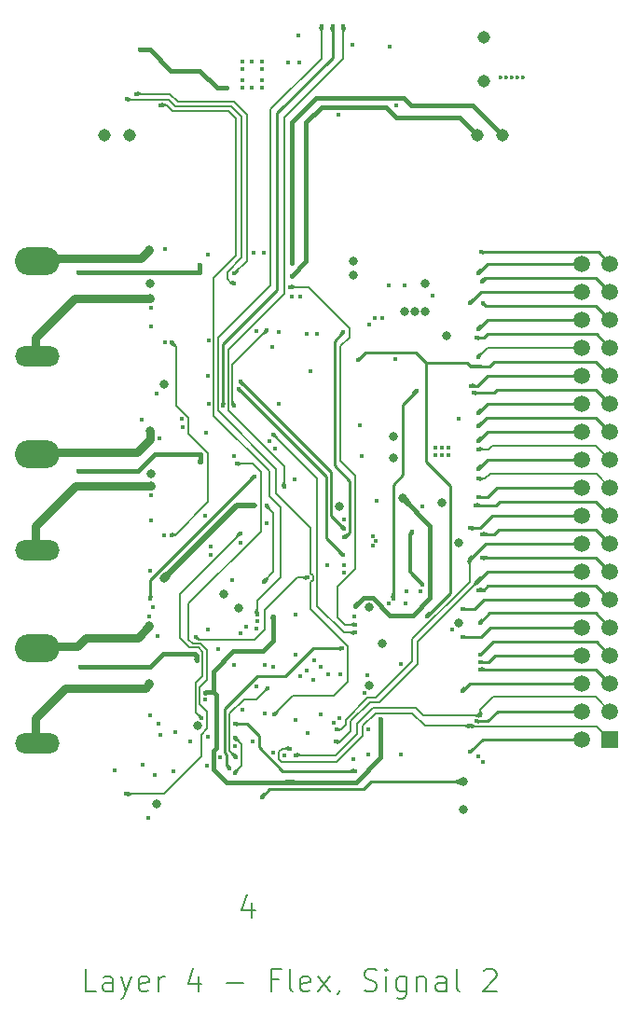
<source format=gbr>
%TF.GenerationSoftware,KiCad,Pcbnew,8.0.2*%
%TF.CreationDate,2024-10-13T20:55:12-05:00*%
%TF.ProjectId,PM1C_Rev_1_2,504d3143-5f52-4657-965f-315f322e6b69,1*%
%TF.SameCoordinates,PX297003ePY8770cd2*%
%TF.FileFunction,Copper,L4,Inr*%
%TF.FilePolarity,Positive*%
%FSLAX46Y46*%
G04 Gerber Fmt 4.6, Leading zero omitted, Abs format (unit mm)*
G04 Created by KiCad (PCBNEW 8.0.2) date 2024-10-13 20:55:12*
%MOMM*%
%LPD*%
G01*
G04 APERTURE LIST*
%ADD10C,0.200000*%
%TA.AperFunction,NonConductor*%
%ADD11C,0.200000*%
%TD*%
%TA.AperFunction,ComponentPad*%
%ADD12O,4.064000X2.540000*%
%TD*%
%TA.AperFunction,ComponentPad*%
%ADD13O,4.064000X1.828800*%
%TD*%
%TA.AperFunction,ComponentPad*%
%ADD14R,1.500000X1.500000*%
%TD*%
%TA.AperFunction,ComponentPad*%
%ADD15C,1.500000*%
%TD*%
%TA.AperFunction,ComponentPad*%
%ADD16C,0.800000*%
%TD*%
%TA.AperFunction,ComponentPad*%
%ADD17C,1.143000*%
%TD*%
%TA.AperFunction,ComponentPad*%
%ADD18C,1.141748*%
%TD*%
%TA.AperFunction,ViaPad*%
%ADD19C,0.450000*%
%TD*%
%TA.AperFunction,ViaPad*%
%ADD20C,0.800000*%
%TD*%
%TA.AperFunction,ViaPad*%
%ADD21C,0.360000*%
%TD*%
%TA.AperFunction,Conductor*%
%ADD22C,0.250000*%
%TD*%
%TA.AperFunction,Conductor*%
%ADD23C,0.254000*%
%TD*%
%TA.AperFunction,Conductor*%
%ADD24C,0.200000*%
%TD*%
%TA.AperFunction,Conductor*%
%ADD25C,0.450000*%
%TD*%
%TA.AperFunction,Conductor*%
%ADD26C,0.400000*%
%TD*%
%TA.AperFunction,Conductor*%
%ADD27C,0.500000*%
%TD*%
%TA.AperFunction,Conductor*%
%ADD28C,0.800000*%
%TD*%
%TA.AperFunction,Conductor*%
%ADD29C,0.300000*%
%TD*%
G04 APERTURE END LIST*
D10*
D11*
X17813587Y-3704510D02*
X16861206Y-3704510D01*
X16861206Y-3704510D02*
X16861206Y-1704510D01*
X19337397Y-3704510D02*
X19337397Y-2656891D01*
X19337397Y-2656891D02*
X19242159Y-2466414D01*
X19242159Y-2466414D02*
X19051683Y-2371176D01*
X19051683Y-2371176D02*
X18670730Y-2371176D01*
X18670730Y-2371176D02*
X18480254Y-2466414D01*
X19337397Y-3609272D02*
X19146921Y-3704510D01*
X19146921Y-3704510D02*
X18670730Y-3704510D01*
X18670730Y-3704510D02*
X18480254Y-3609272D01*
X18480254Y-3609272D02*
X18385016Y-3418795D01*
X18385016Y-3418795D02*
X18385016Y-3228319D01*
X18385016Y-3228319D02*
X18480254Y-3037843D01*
X18480254Y-3037843D02*
X18670730Y-2942605D01*
X18670730Y-2942605D02*
X19146921Y-2942605D01*
X19146921Y-2942605D02*
X19337397Y-2847367D01*
X20099302Y-2371176D02*
X20575492Y-3704510D01*
X21051683Y-2371176D02*
X20575492Y-3704510D01*
X20575492Y-3704510D02*
X20385016Y-4180700D01*
X20385016Y-4180700D02*
X20289778Y-4275938D01*
X20289778Y-4275938D02*
X20099302Y-4371176D01*
X22575493Y-3609272D02*
X22385017Y-3704510D01*
X22385017Y-3704510D02*
X22004064Y-3704510D01*
X22004064Y-3704510D02*
X21813588Y-3609272D01*
X21813588Y-3609272D02*
X21718350Y-3418795D01*
X21718350Y-3418795D02*
X21718350Y-2656891D01*
X21718350Y-2656891D02*
X21813588Y-2466414D01*
X21813588Y-2466414D02*
X22004064Y-2371176D01*
X22004064Y-2371176D02*
X22385017Y-2371176D01*
X22385017Y-2371176D02*
X22575493Y-2466414D01*
X22575493Y-2466414D02*
X22670731Y-2656891D01*
X22670731Y-2656891D02*
X22670731Y-2847367D01*
X22670731Y-2847367D02*
X21718350Y-3037843D01*
X23527874Y-3704510D02*
X23527874Y-2371176D01*
X23527874Y-2752129D02*
X23623112Y-2561652D01*
X23623112Y-2561652D02*
X23718350Y-2466414D01*
X23718350Y-2466414D02*
X23908826Y-2371176D01*
X23908826Y-2371176D02*
X24099303Y-2371176D01*
X27146922Y-2371176D02*
X27146922Y-3704510D01*
X26670731Y-1609272D02*
X26194541Y-3037843D01*
X26194541Y-3037843D02*
X27432636Y-3037843D01*
X29718351Y-2942605D02*
X31242161Y-2942605D01*
X34385018Y-2656891D02*
X33718351Y-2656891D01*
X33718351Y-3704510D02*
X33718351Y-1704510D01*
X33718351Y-1704510D02*
X34670732Y-1704510D01*
X35718351Y-3704510D02*
X35527875Y-3609272D01*
X35527875Y-3609272D02*
X35432637Y-3418795D01*
X35432637Y-3418795D02*
X35432637Y-1704510D01*
X37242161Y-3609272D02*
X37051685Y-3704510D01*
X37051685Y-3704510D02*
X36670732Y-3704510D01*
X36670732Y-3704510D02*
X36480256Y-3609272D01*
X36480256Y-3609272D02*
X36385018Y-3418795D01*
X36385018Y-3418795D02*
X36385018Y-2656891D01*
X36385018Y-2656891D02*
X36480256Y-2466414D01*
X36480256Y-2466414D02*
X36670732Y-2371176D01*
X36670732Y-2371176D02*
X37051685Y-2371176D01*
X37051685Y-2371176D02*
X37242161Y-2466414D01*
X37242161Y-2466414D02*
X37337399Y-2656891D01*
X37337399Y-2656891D02*
X37337399Y-2847367D01*
X37337399Y-2847367D02*
X36385018Y-3037843D01*
X38004066Y-3704510D02*
X39051685Y-2371176D01*
X38004066Y-2371176D02*
X39051685Y-3704510D01*
X39908828Y-3609272D02*
X39908828Y-3704510D01*
X39908828Y-3704510D02*
X39813590Y-3894986D01*
X39813590Y-3894986D02*
X39718352Y-3990224D01*
X42194543Y-3609272D02*
X42480257Y-3704510D01*
X42480257Y-3704510D02*
X42956448Y-3704510D01*
X42956448Y-3704510D02*
X43146924Y-3609272D01*
X43146924Y-3609272D02*
X43242162Y-3514033D01*
X43242162Y-3514033D02*
X43337400Y-3323557D01*
X43337400Y-3323557D02*
X43337400Y-3133081D01*
X43337400Y-3133081D02*
X43242162Y-2942605D01*
X43242162Y-2942605D02*
X43146924Y-2847367D01*
X43146924Y-2847367D02*
X42956448Y-2752129D01*
X42956448Y-2752129D02*
X42575495Y-2656891D01*
X42575495Y-2656891D02*
X42385019Y-2561652D01*
X42385019Y-2561652D02*
X42289781Y-2466414D01*
X42289781Y-2466414D02*
X42194543Y-2275938D01*
X42194543Y-2275938D02*
X42194543Y-2085462D01*
X42194543Y-2085462D02*
X42289781Y-1894986D01*
X42289781Y-1894986D02*
X42385019Y-1799748D01*
X42385019Y-1799748D02*
X42575495Y-1704510D01*
X42575495Y-1704510D02*
X43051686Y-1704510D01*
X43051686Y-1704510D02*
X43337400Y-1799748D01*
X44194543Y-3704510D02*
X44194543Y-2371176D01*
X44194543Y-1704510D02*
X44099305Y-1799748D01*
X44099305Y-1799748D02*
X44194543Y-1894986D01*
X44194543Y-1894986D02*
X44289781Y-1799748D01*
X44289781Y-1799748D02*
X44194543Y-1704510D01*
X44194543Y-1704510D02*
X44194543Y-1894986D01*
X46004067Y-2371176D02*
X46004067Y-3990224D01*
X46004067Y-3990224D02*
X45908829Y-4180700D01*
X45908829Y-4180700D02*
X45813591Y-4275938D01*
X45813591Y-4275938D02*
X45623114Y-4371176D01*
X45623114Y-4371176D02*
X45337400Y-4371176D01*
X45337400Y-4371176D02*
X45146924Y-4275938D01*
X46004067Y-3609272D02*
X45813591Y-3704510D01*
X45813591Y-3704510D02*
X45432638Y-3704510D01*
X45432638Y-3704510D02*
X45242162Y-3609272D01*
X45242162Y-3609272D02*
X45146924Y-3514033D01*
X45146924Y-3514033D02*
X45051686Y-3323557D01*
X45051686Y-3323557D02*
X45051686Y-2752129D01*
X45051686Y-2752129D02*
X45146924Y-2561652D01*
X45146924Y-2561652D02*
X45242162Y-2466414D01*
X45242162Y-2466414D02*
X45432638Y-2371176D01*
X45432638Y-2371176D02*
X45813591Y-2371176D01*
X45813591Y-2371176D02*
X46004067Y-2466414D01*
X46956448Y-2371176D02*
X46956448Y-3704510D01*
X46956448Y-2561652D02*
X47051686Y-2466414D01*
X47051686Y-2466414D02*
X47242162Y-2371176D01*
X47242162Y-2371176D02*
X47527877Y-2371176D01*
X47527877Y-2371176D02*
X47718353Y-2466414D01*
X47718353Y-2466414D02*
X47813591Y-2656891D01*
X47813591Y-2656891D02*
X47813591Y-3704510D01*
X49623115Y-3704510D02*
X49623115Y-2656891D01*
X49623115Y-2656891D02*
X49527877Y-2466414D01*
X49527877Y-2466414D02*
X49337401Y-2371176D01*
X49337401Y-2371176D02*
X48956448Y-2371176D01*
X48956448Y-2371176D02*
X48765972Y-2466414D01*
X49623115Y-3609272D02*
X49432639Y-3704510D01*
X49432639Y-3704510D02*
X48956448Y-3704510D01*
X48956448Y-3704510D02*
X48765972Y-3609272D01*
X48765972Y-3609272D02*
X48670734Y-3418795D01*
X48670734Y-3418795D02*
X48670734Y-3228319D01*
X48670734Y-3228319D02*
X48765972Y-3037843D01*
X48765972Y-3037843D02*
X48956448Y-2942605D01*
X48956448Y-2942605D02*
X49432639Y-2942605D01*
X49432639Y-2942605D02*
X49623115Y-2847367D01*
X50861210Y-3704510D02*
X50670734Y-3609272D01*
X50670734Y-3609272D02*
X50575496Y-3418795D01*
X50575496Y-3418795D02*
X50575496Y-1704510D01*
X53051687Y-1894986D02*
X53146925Y-1799748D01*
X53146925Y-1799748D02*
X53337401Y-1704510D01*
X53337401Y-1704510D02*
X53813592Y-1704510D01*
X53813592Y-1704510D02*
X54004068Y-1799748D01*
X54004068Y-1799748D02*
X54099306Y-1894986D01*
X54099306Y-1894986D02*
X54194544Y-2085462D01*
X54194544Y-2085462D02*
X54194544Y-2275938D01*
X54194544Y-2275938D02*
X54099306Y-2561652D01*
X54099306Y-2561652D02*
X52956449Y-3704510D01*
X52956449Y-3704510D02*
X54194544Y-3704510D01*
D10*
D11*
X31984911Y4313496D02*
X31984911Y2980162D01*
X31508720Y5075400D02*
X31032530Y3646829D01*
X31032530Y3646829D02*
X32270625Y3646829D01*
D12*
%TO.N,Net-(BAT2-+)*%
%TO.C,BAT2*%
X12528200Y45005150D03*
D13*
%TO.N,Net-(BAT2--)*%
X12528200Y36362750D03*
%TD*%
D12*
%TO.N,Net-(BAT1-+)*%
%TO.C,BAT1*%
X12511180Y62601390D03*
D13*
%TO.N,Net-(BAT1--)*%
X12511180Y53958990D03*
%TD*%
D14*
%TO.N,/Test Points/RXCAN*%
%TO.C,H1*%
X64517200Y19142830D03*
D15*
%TO.N,3V3*%
X61977200Y19142830D03*
%TO.N,/Test Points/TXCAN*%
X64517200Y21682830D03*
%TO.N,GND*%
X61977200Y21682830D03*
%TO.N,/Test Points/SCK0*%
X64517200Y24222830D03*
%TO.N,TCK_CPLD*%
X61977200Y24222830D03*
%TO.N,/Test Points/MOSI0*%
X64517200Y26762830D03*
%TO.N,TDO_CPLD*%
X61977200Y26762830D03*
%TO.N,/Test Points/MISO0*%
X64517200Y29302830D03*
%TO.N,TDI_CPLD*%
X61977200Y29302830D03*
%TO.N,/Test Points/SCK1*%
X64517200Y31842830D03*
%TO.N,TMS_CPLD*%
X61977200Y31842830D03*
%TO.N,/Test Points/MOSI1*%
X64517200Y34382830D03*
%TO.N,/Test Points/TXD0*%
X61977200Y34382830D03*
%TO.N,/Test Points/MISO1*%
X64517200Y36922830D03*
%TO.N,/Test Points/RXD0*%
X61977200Y36922830D03*
%TO.N,GND*%
X64517200Y39462830D03*
X61977200Y39462830D03*
%TO.N,/I2C Multiplexing/SCLOCK*%
X64517200Y42002830D03*
%TO.N,nRESET*%
X61977200Y42002830D03*
%TO.N,/I2C Multiplexing/SDATA*%
X64517200Y44542830D03*
%TO.N,nDRESET*%
X61977200Y44542830D03*
%TO.N,VSYS*%
X64517200Y47082830D03*
%TO.N,nBOOT*%
X61977200Y47082830D03*
%TO.N,VSUPPLY*%
X64517200Y49622830D03*
%TO.N,/Microcontroller/nTRST_LPC*%
X61977200Y49622830D03*
%TO.N,VNET*%
X64517200Y52162830D03*
%TO.N,/Microcontroller/TCK_LPC*%
X61977200Y52162830D03*
%TO.N,n3V3*%
X64517200Y54702830D03*
%TO.N,/Microcontroller/TMS_LPC*%
X61977200Y54702830D03*
%TO.N,1V8*%
X64517200Y57242830D03*
%TO.N,/Microcontroller/TDO_LPC*%
X61977200Y57242830D03*
%TO.N,VREC*%
X64517200Y59782830D03*
%TO.N,/Microcontroller/TDI_LPC*%
X61977200Y59782830D03*
%TO.N,GND*%
X64517200Y62322830D03*
%TO.N,/Microcontroller/RTCK_LPC*%
X61977200Y62322830D03*
%TD*%
D12*
%TO.N,Net-(BAT3-+)*%
%TO.C,BAT3*%
X12528200Y27428350D03*
D13*
%TO.N,Net-(BAT3--)*%
X12528200Y18785950D03*
%TD*%
D16*
%TO.N,Net-(U1-IN+)*%
%TO.C,RV1*%
X41234900Y61265290D03*
%TO.N,GND*%
X41234900Y62535290D03*
%TD*%
D17*
%TO.N,BUSA*%
%TO.C,J1*%
X54749600Y74029700D03*
%TO.N,BUSB*%
X52459600Y74029700D03*
X20859600Y74029700D03*
D18*
%TO.N,BUSA*%
X18572137Y74027305D03*
D17*
%TO.N,RADANT*%
X53039600Y78929700D03*
%TO.N,ENCL*%
X53034600Y82929700D03*
%TD*%
D19*
%TO.N,nRESET*%
X46952200Y50815350D03*
X40177200Y27415350D03*
X29977200Y16540350D03*
X44827200Y31944700D03*
X52527200Y41150350D03*
%TO.N,/Microcontroller/LOAD_AN*%
X33927200Y25761340D03*
%TO.N,VNET*%
X41777200Y47665350D03*
X52427200Y53009840D03*
X41640860Y53565360D03*
X33537200Y46240350D03*
X47877200Y30340350D03*
%TO.N,/Microcontroller/RTCK_LPC*%
X52527200Y61470350D03*
X39400000Y20640350D03*
%TO.N,/CPLD/DISCHG*%
X35852200Y42790350D03*
X34927200Y17740350D03*
%TO.N,/Battery 1 Conditioning/nSHDNBT1*%
X27806530Y47015350D03*
X32045000Y19005000D03*
%TO.N,/Test Points/TXD0*%
X39630000Y18935000D03*
X52527200Y33530350D03*
%TO.N,Net-(U46-VDDA_(1V8))*%
X42527200Y17815470D03*
D20*
X39902200Y40315350D03*
D19*
X27999325Y19403922D03*
X28927200Y27315350D03*
%TO.N,/Battery 3 Conditioning/nSHDNCHG3*%
X27766538Y22786437D03*
X38902200Y25065350D03*
%TO.N,TMS_CPLD*%
X40327200Y39090350D03*
X51107200Y30990350D03*
%TO.N,/I2C Multiplexing/SCLOCK*%
X24677400Y37688350D03*
X43827200Y57390350D03*
X26349570Y18949794D03*
X37002200Y55990350D03*
X39931210Y21065350D03*
X44429600Y31484700D03*
X52527200Y42809840D03*
X20624600Y77304700D03*
X30402200Y60565350D03*
X24704570Y55179794D03*
%TO.N,/I2C Multiplexing/SDATA*%
X24877200Y16290350D03*
X30402200Y61440350D03*
X52527200Y45509840D03*
X42193426Y23331574D03*
X21449600Y77754700D03*
X43127200Y57390350D03*
X23489570Y20539794D03*
X21984570Y48219794D03*
X23024570Y31119794D03*
X22024570Y16849794D03*
X45944600Y31504700D03*
X37902200Y55976780D03*
%TO.N,TDO_CPLD*%
X52727200Y26159840D03*
X30927200Y37040350D03*
%TO.N,3V3*%
X22577200Y12000350D03*
X21827200Y81759840D03*
X22834570Y58309794D03*
X32164700Y63325350D03*
X22834570Y41359794D03*
X36402200Y59340350D03*
X41227200Y17390350D03*
X44427200Y60390350D03*
X45477200Y25975350D03*
X40309570Y34957030D03*
X27909570Y16749794D03*
X32465000Y29865000D03*
X27975060Y29088210D03*
X22659570Y30334794D03*
X22724570Y34488232D03*
X41977200Y44915350D03*
X42602200Y56840350D03*
D20*
X49277200Y40615350D03*
D19*
X29695000Y78290350D03*
X30977200Y28825350D03*
X25577200Y48290350D03*
X51817200Y18000350D03*
X28277200Y35940350D03*
X23709570Y19569794D03*
X23344570Y50559794D03*
X45552200Y17790350D03*
X27975060Y63140350D03*
X33818160Y54740350D03*
%TO.N,TDI_CPLD*%
X51107200Y28450350D03*
X40317890Y34290350D03*
%TO.N,/Microcontroller/TCK_LPC*%
X35927200Y20915350D03*
X31152200Y21815350D03*
X51827200Y51259840D03*
%TO.N,TCK_CPLD*%
X51077200Y23559840D03*
X33352200Y38765350D03*
%TO.N,/Microcontroller/THRM*%
X36402200Y24865350D03*
%TO.N,nBOOT*%
X52527200Y46230350D03*
X33177200Y25890350D03*
X30377200Y44840350D03*
%TO.N,/Battery 1 Conditioning/nSHDNCHG1*%
X33927200Y17915350D03*
X28045000Y55340350D03*
%TO.N,/Microcontroller/TMS_LPC*%
X52527200Y53850350D03*
X30402200Y25890350D03*
%TO.N,/Microcontroller/nTRST_LPC*%
X42527080Y20065350D03*
X52527200Y48770350D03*
%TO.N,/Microcontroller/TDO_LPC*%
X52527200Y56390350D03*
X30452200Y18565350D03*
%TO.N,/Microcontroller/nCSRAM*%
X37027200Y19725350D03*
%TO.N,/Test Points/SCK1*%
X29377200Y49459840D03*
X31500000Y29340350D03*
X52577200Y32709840D03*
X39302330Y83865190D03*
%TO.N,/Test Points/MISO0*%
X42453425Y24941575D03*
X52677200Y29709840D03*
X37577200Y24565350D03*
%TO.N,/Battery 2 Conditioning/nSHDNCHG2*%
X35927200Y30465350D03*
X27752200Y39475000D03*
%TO.N,/Battery 3 Conditioning/nSHDNBT3*%
X37602200Y26300350D03*
%TO.N,RADINT0*%
X32430000Y29235000D03*
X36247130Y80590190D03*
%TO.N,/Microcontroller/nCSFLA*%
X36972210Y25366190D03*
%TO.N,/Battery 2 Conditioning/nSHDNBT2*%
X30180000Y33630000D03*
X35927200Y26840350D03*
%TO.N,/Microcontroller/SSEL1*%
X29077200Y17540350D03*
%TO.N,/Microcontroller/ACCINT*%
X32450000Y30510000D03*
X23699600Y76739700D03*
%TO.N,/Microcontroller/TDI_LPC*%
X30452200Y20565350D03*
X51817039Y58797263D03*
X41352200Y16290350D03*
%TO.N,nCSRAD*%
X35247130Y80590190D03*
X35477200Y60209840D03*
X41352200Y29565350D03*
%TO.N,/Microcontroller/PWMBT*%
X33927200Y46840350D03*
X41352200Y28840350D03*
%TO.N,/Battery 1 Conditioning/SDATA1*%
X22827200Y56634794D03*
%TO.N,/Battery 1 Conditioning/SCLOCK1*%
X24099570Y55194794D03*
%TO.N,/Battery 2 Conditioning/SDATA2*%
X22827200Y39064794D03*
%TO.N,/Battery 2 Conditioning/SCLOCK2*%
X23994570Y37674794D03*
%TO.N,/CPLD/SCKSEL3*%
X30927200Y37865350D03*
X27429570Y21069465D03*
%TO.N,/Battery 3 Conditioning/SDATA3*%
X22750670Y21313294D03*
%TO.N,/Battery 3 Conditioning/SCLOCK3*%
X24989570Y19849794D03*
%TO.N,Net-(C10-Pad1)*%
X43330000Y40775000D03*
X28252200Y36665350D03*
D20*
X45702200Y41040350D03*
D19*
X41352200Y31215350D03*
X34077200Y45540350D03*
%TO.N,/CPLD/nPHB*%
X40327200Y38290350D03*
X30927200Y51640350D03*
%TO.N,/CPLD/CKCPLD*%
X26853775Y28463775D03*
X37052200Y33840350D03*
%TO.N,/Battery 3 Conditioning/DISCHG3*%
X20577200Y14200350D03*
X30577200Y44190430D03*
%TO.N,/CPLD/SNSEN*%
X40327200Y37490350D03*
X40302200Y56105350D03*
%TO.N,/Battery 1 Conditioning/DISCHG1*%
X25727200Y47515350D03*
%TO.N,/CPLD/nSENSE*%
X30777200Y50940350D03*
X40277200Y35890350D03*
%TO.N,/Battery 2 Conditioning/DISCHG2*%
X32252120Y43015430D03*
X22777200Y31913230D03*
%TO.N,/Test Points/SCK0*%
X52727200Y25509840D03*
X38227200Y21440350D03*
%TO.N,/Test Points/MISO1*%
X38302330Y83865240D03*
X34025000Y21417350D03*
X52527200Y17650350D03*
X52904570Y37774794D03*
%TO.N,/Test Points/RXCAN*%
X51825000Y20380000D03*
X35427120Y18315350D03*
%TO.N,/Test Points/RXD0*%
X51754570Y35489794D03*
X39677200Y20065350D03*
%TO.N,/Test Points/MOSI0*%
X39977200Y25065350D03*
X52727200Y26809840D03*
%TO.N,n3V3*%
X52377200Y55609840D03*
X27985330Y52190350D03*
X35627200Y59340350D03*
X37277200Y52540350D03*
D20*
%TO.N,Net-(D6-C)*%
X42602200Y24065350D03*
%TO.N,Net-(D2-C)*%
X43852200Y27865350D03*
%TO.N,Net-(D10-A)*%
X49702200Y55815350D03*
%TO.N,Net-(U20-VIN)*%
X47727200Y60540350D03*
D19*
X45827200Y60390350D03*
X48427200Y59440350D03*
%TO.N,Net-(U38-~{CTL})*%
X19502200Y16385000D03*
%TO.N,/Battery 3 Conditioning/VBT3*%
X26938046Y26776872D03*
X26934570Y26329796D03*
X16974570Y25724794D03*
X16379570Y25719794D03*
X23144570Y15904794D03*
D20*
%TO.N,VSYS*%
X23302200Y13300350D03*
X51177200Y12800350D03*
D19*
X32388183Y23996704D03*
D20*
X24052400Y33813230D03*
D19*
X32352200Y56215350D03*
X52560000Y47625000D03*
X41304600Y30334700D03*
X32227200Y40390350D03*
D20*
X24052400Y51390230D03*
D19*
%TO.N,/Battery 2 Conditioning/VBT2*%
X27252320Y44334794D03*
X16954570Y43499794D03*
X27277320Y45019794D03*
X16199570Y43499794D03*
%TO.N,/Battery 1 Conditioning/VBT1*%
X16259570Y61549794D03*
X27227200Y61544794D03*
X16909570Y61549794D03*
X27217200Y62196550D03*
D20*
%TO.N,Net-(U19-FB)*%
X44877200Y44740350D03*
%TO.N,Net-(U19-SW)*%
X44852200Y46690350D03*
D19*
%TO.N,Net-(U40-G1)*%
X30515000Y17565000D03*
X33433420Y23804794D03*
%TO.N,Net-(U32-G1)*%
X33077200Y33465350D03*
X33302200Y40390350D03*
%TO.N,Net-(U24-G1)*%
X33328425Y56291575D03*
X30327200Y49459840D03*
%TO.N,/Test Points/TXCAN*%
X35917890Y17740350D03*
X52727200Y21309840D03*
%TO.N,/Test Points/MOSI1*%
X52914570Y35609794D03*
X40302200Y83865350D03*
X52969570Y17079794D03*
X34902200Y42040350D03*
X33132729Y21513509D03*
%TO.N,Net-(D2-A)*%
X50164700Y29127850D03*
%TO.N,GND*%
X52277200Y40409840D03*
X52804570Y63384794D03*
D20*
X45827200Y58040350D03*
D19*
X31993160Y78290350D03*
D20*
X42614600Y31149700D03*
D19*
X23377200Y28507030D03*
D20*
X22719570Y60579794D03*
D19*
X48629190Y44991140D03*
X33052200Y63300350D03*
D20*
X22827200Y43234794D03*
D19*
X49854190Y44991140D03*
X48627200Y45662140D03*
X52377380Y20814039D03*
X49252200Y45662140D03*
X31093160Y78290350D03*
X49852200Y45662140D03*
X49254190Y44991140D03*
D20*
X46777200Y58040350D03*
D19*
X24079570Y63649794D03*
D20*
X30765000Y31080000D03*
D19*
X31093160Y78990350D03*
D20*
X47727200Y58040350D03*
D19*
X51817200Y38335350D03*
X32893160Y78290350D03*
D20*
X27084570Y20369794D03*
D19*
X32893160Y78990350D03*
X23569570Y46504794D03*
D21*
%TO.N,COMRF*%
X56577450Y79240470D03*
X55077450Y79240470D03*
D19*
X32893160Y80690350D03*
D21*
X55577450Y79240470D03*
X56077450Y79240470D03*
X54577450Y79240470D03*
D19*
X31093160Y80690350D03*
X32893160Y79990350D03*
X31993160Y80690350D03*
X31093160Y79990350D03*
D20*
%TO.N,Net-(BAT1--)*%
X22719570Y59179794D03*
D19*
%TO.N,BUSB*%
X35602200Y61240350D03*
X28036510Y49655350D03*
%TO.N,BUSA*%
X35602200Y62365350D03*
X34437200Y49650350D03*
X34437200Y56109840D03*
D20*
%TO.N,Net-(BAT2--)*%
X22827200Y42134759D03*
D19*
%TO.N,3V3RF*%
X39852200Y75900350D03*
X45052200Y76750350D03*
X41077200Y82240350D03*
X36240000Y83025000D03*
X44477200Y82040350D03*
%TO.N,1V8*%
X45015510Y53640350D03*
X52964570Y58734794D03*
%TO.N,/Thermister & Digital Peripheral System/3V3MEM*%
X38827200Y34957030D03*
X38242210Y25711360D03*
%TO.N,Net-(U16-MODE)*%
X47505000Y33220000D03*
X46565000Y37980000D03*
%TO.N,Net-(U16-VOUT)*%
X47454200Y40265350D03*
X42958200Y37590350D03*
X42958200Y36740350D03*
X43258200Y37165350D03*
D20*
%TO.N,Net-(BAT3--)*%
X22689570Y24189794D03*
%TO.N,Net-(BAT3-+)*%
X22674570Y29459794D03*
%TO.N,Net-(BAT1-+)*%
X22634570Y63549794D03*
%TO.N,Net-(BAT2-+)*%
X22774570Y47134794D03*
D19*
%TO.N,Net-(U16-SW1)*%
X47252200Y32590350D03*
%TO.N,Net-(U16-SW2)*%
X46002200Y32590350D03*
%TO.N,nDRESET*%
X52527200Y43690350D03*
X30452200Y19315450D03*
X30427200Y16109840D03*
D20*
%TO.N,VREC*%
X50795000Y29735000D03*
X51177200Y15325350D03*
D19*
X52874570Y60729794D03*
X32877200Y13900350D03*
D20*
%TO.N,VSUPPLY*%
X29405000Y32305000D03*
D19*
X52127200Y50609840D03*
D20*
X50749000Y37040350D03*
D19*
X50727200Y48259840D03*
%TO.N,Net-(U46-VDDA_(3V3))*%
X43677200Y20965350D03*
X33927200Y30290350D03*
X35427120Y15265350D03*
X27725000Y23385000D03*
%TD*%
D22*
%TO.N,nRESET*%
X53367710Y41150350D02*
X54220190Y42002830D01*
X29720000Y17770000D02*
X29552200Y17937800D01*
X37577200Y27415350D02*
X40177200Y27415350D01*
X29720000Y16797550D02*
X29720000Y17770000D01*
X52527200Y41150350D02*
X53367710Y41150350D01*
X44827200Y31944700D02*
X44827200Y42290350D01*
X45702200Y43165350D02*
X45702200Y49565350D01*
X29977200Y16540350D02*
X29720000Y16797550D01*
X44827200Y42290350D02*
X45702200Y43165350D01*
X45702200Y49565350D02*
X46952200Y50815350D01*
X29552200Y17937800D02*
X29552200Y21915350D01*
X32502200Y24865350D02*
X35027200Y24865350D01*
X35027200Y24865350D02*
X37577200Y27415350D01*
X54220190Y42002830D02*
X61977200Y42002830D01*
X29552200Y21915350D02*
X32502200Y24865350D01*
%TO.N,VNET*%
X52427200Y53009840D02*
X53527200Y53009840D01*
X53527200Y53009840D02*
X53977200Y53459840D01*
D23*
X42325860Y54250350D02*
X46852200Y54250350D01*
D22*
X51561690Y53325350D02*
X51877200Y53009840D01*
D23*
X47777200Y44365350D02*
X50002200Y42140350D01*
D22*
X63220190Y53459840D02*
X64517200Y52162830D01*
D23*
X47877200Y30340350D02*
X50002200Y32465350D01*
D22*
X47777200Y53325350D02*
X51561690Y53325350D01*
X53977200Y53459840D02*
X63220190Y53459840D01*
D23*
X50002200Y32465350D02*
X50002200Y42140350D01*
X47777200Y44365350D02*
X47777200Y53325350D01*
D22*
X51877200Y53009840D02*
X52427200Y53009840D01*
D23*
X41640860Y53565360D02*
X42325860Y54250350D01*
X46852200Y54250350D02*
X47777200Y53325350D01*
D22*
%TO.N,/Microcontroller/RTCK_LPC*%
X52527200Y61470350D02*
X53379680Y62322830D01*
X53379680Y62322830D02*
X61977200Y62322830D01*
D24*
%TO.N,/Test Points/TXD0*%
X40977200Y20790350D02*
X42712200Y22525350D01*
X47027200Y28030350D02*
X52527200Y33530350D01*
D22*
X53379680Y34382830D02*
X61977200Y34382830D01*
D24*
X43577200Y22525350D02*
X47027200Y25975350D01*
X39630000Y18935000D02*
X39986850Y18935000D01*
D22*
X52527200Y33530350D02*
X53379680Y34382830D01*
D24*
X47027200Y25975350D02*
X47027200Y28030350D01*
X39986850Y18935000D02*
X40977200Y19925350D01*
X40977200Y19925350D02*
X40977200Y20790350D01*
X42712200Y22525350D02*
X43577200Y22525350D01*
D22*
%TO.N,TMS_CPLD*%
X52207710Y30990350D02*
X53060190Y31842830D01*
X53060190Y31842830D02*
X61977200Y31842830D01*
X51107200Y30990350D02*
X52207710Y30990350D01*
D24*
%TO.N,/I2C Multiplexing/SCLOCK*%
X28004570Y40690720D02*
X28004570Y45114794D01*
X28004570Y45114794D02*
X26202200Y46917164D01*
X29729570Y60959794D02*
X30124014Y60565350D01*
X26202200Y48337102D02*
X25773952Y48765350D01*
X20624600Y77304700D02*
X20704300Y77225000D01*
X31030000Y62890224D02*
X29729570Y61589794D01*
X53177200Y42809840D02*
X53627200Y43259840D01*
X30085000Y76635000D02*
X31030000Y75690000D01*
X25773952Y48765350D02*
X25773952Y48765412D01*
X31030000Y75690000D02*
X31030000Y62890224D01*
X25109570Y49429794D02*
X25109570Y54774794D01*
X29729570Y61589794D02*
X29729570Y60959794D01*
X24419300Y77225000D02*
X25009300Y76635000D01*
X25009300Y76635000D02*
X30085000Y76635000D01*
X25109570Y54774794D02*
X24704570Y55179794D01*
X63260190Y43259840D02*
X64517200Y42002830D01*
X25002200Y37688350D02*
X28004570Y40690720D01*
X53627200Y43259840D02*
X63260190Y43259840D01*
X25773952Y48765412D02*
X25109570Y49429794D01*
X52527200Y42809840D02*
X53177200Y42809840D01*
X30124014Y60565350D02*
X30402200Y60565350D01*
X24677400Y37688350D02*
X25002200Y37688350D01*
X26202200Y46917164D02*
X26202200Y48337102D01*
X20704300Y77225000D02*
X24419300Y77225000D01*
%TO.N,/I2C Multiplexing/SDATA*%
X25239300Y77045000D02*
X30380000Y77045000D01*
X21449600Y77754700D02*
X24529600Y77754700D01*
X53777200Y45809840D02*
X63250190Y45809840D01*
X31552200Y62590350D02*
X30402200Y61440350D01*
X30380000Y77045000D02*
X31552200Y75872800D01*
X63250190Y45809840D02*
X64517200Y44542830D01*
X52527200Y45509840D02*
X53477200Y45509840D01*
X31552200Y75872800D02*
X31552200Y62590350D01*
X24529600Y77754700D02*
X25239300Y77045000D01*
X53477200Y45509840D02*
X53777200Y45809840D01*
D22*
%TO.N,TDO_CPLD*%
X53477200Y26159840D02*
X54080190Y26762830D01*
X52727200Y26159840D02*
X53477200Y26159840D01*
X54080190Y26762830D02*
X61977200Y26762830D01*
D25*
%TO.N,3V3*%
X22727200Y81759840D02*
X24627200Y79859840D01*
D22*
X52959680Y19142830D02*
X61977200Y19142830D01*
D25*
X21827200Y81759840D02*
X22727200Y81759840D01*
X27227200Y79859840D02*
X28796690Y78290350D01*
X24627200Y79859840D02*
X27227200Y79859840D01*
D22*
X51817200Y18000350D02*
X52959680Y19142830D01*
D25*
X28796690Y78290350D02*
X29695000Y78290350D01*
D22*
%TO.N,TDI_CPLD*%
X51107200Y28450350D02*
X52767700Y28450350D01*
X53620190Y29302830D02*
X61977200Y29302830D01*
X52767700Y28450350D02*
X53620190Y29302830D01*
%TO.N,/Microcontroller/TCK_LPC*%
X52476690Y51259840D02*
X53379680Y52162830D01*
X51827200Y51259840D02*
X52476690Y51259840D01*
X53379680Y52162830D02*
X61977200Y52162830D01*
%TO.N,TCK_CPLD*%
X51077200Y23559840D02*
X51740190Y24222830D01*
X51740190Y24222830D02*
X61977200Y24222830D01*
%TO.N,nBOOT*%
X53379680Y47082830D02*
X61977200Y47082830D01*
X52527200Y46230350D02*
X53379680Y47082830D01*
D24*
%TO.N,/Microcontroller/TMS_LPC*%
X53379680Y54702830D02*
X61977200Y54702830D01*
X52527200Y53850350D02*
X53379680Y54702830D01*
D23*
%TO.N,/Microcontroller/nTRST_LPC*%
X52527200Y48770350D02*
X53379680Y49622830D01*
X53379680Y49622830D02*
X61977200Y49622830D01*
D22*
%TO.N,/Microcontroller/TDO_LPC*%
X53379680Y57242830D02*
X61977200Y57242830D01*
X52527200Y56390350D02*
X53379680Y57242830D01*
D23*
%TO.N,/Test Points/SCK1*%
X29377200Y49459840D02*
X29377200Y49650350D01*
X39302330Y81060490D02*
X39302330Y83865190D01*
D22*
X63250190Y33109840D02*
X64517200Y31842830D01*
D23*
X29377200Y49650350D02*
X29377200Y55065350D01*
X34277200Y76035350D02*
X39302330Y81060490D01*
X29377200Y55065350D02*
X34277200Y59965350D01*
D22*
X52577200Y32709840D02*
X53027200Y32709840D01*
D23*
X34277200Y59965350D02*
X34277200Y76035350D01*
D22*
X53027200Y32709840D02*
X53427200Y33109840D01*
X53427200Y33109840D02*
X63250190Y33109840D01*
%TO.N,/Test Points/MISO0*%
X52677200Y29709840D02*
X53577200Y30609840D01*
X63210190Y30609840D02*
X64517200Y29302830D01*
X53577200Y30609840D02*
X63210190Y30609840D01*
D24*
%TO.N,/Microcontroller/ACCINT*%
X32450000Y30510000D02*
X32450000Y31713150D01*
X30515000Y75545000D02*
X29870000Y76190000D01*
X34577200Y40240350D02*
X33577200Y41240350D01*
X29870000Y76190000D02*
X24789300Y76190000D01*
X30515000Y63075000D02*
X30515000Y75545000D01*
X33577200Y43490350D02*
X28520000Y48547550D01*
X24239600Y76739700D02*
X23699600Y76739700D01*
X24789300Y76190000D02*
X24239600Y76739700D01*
X34577200Y33840350D02*
X34577200Y40240350D01*
X32450000Y31713150D02*
X34577200Y33840350D01*
X28520000Y48547550D02*
X28520000Y61080000D01*
X28520000Y61080000D02*
X30515000Y63075000D01*
X33577200Y41240350D02*
X33577200Y43490350D01*
D23*
%TO.N,/Microcontroller/TDI_LPC*%
X31504650Y20565350D02*
X30452200Y20565350D01*
X32615000Y19455000D02*
X31504650Y20565350D01*
D22*
X51817039Y58797263D02*
X52802606Y59782830D01*
D23*
X41352200Y16290350D02*
X34752200Y16290350D01*
D22*
X52802606Y59782830D02*
X61977200Y59782830D01*
D23*
X32615000Y18427550D02*
X32615000Y19455000D01*
X34752200Y16290350D02*
X32615000Y18427550D01*
D24*
%TO.N,nCSRAD*%
X41352200Y34615350D02*
X41352200Y43115350D01*
X39777200Y30240350D02*
X39777200Y33040350D01*
X40017790Y44449760D02*
X41352200Y43115350D01*
X39777200Y33040350D02*
X41352200Y34615350D01*
X39777200Y30240350D02*
X40452200Y29565350D01*
X35477200Y60209840D02*
X37092710Y60209840D01*
X40017790Y54830940D02*
X40827200Y55640350D01*
X37092710Y60209840D02*
X40827200Y56475350D01*
X40452200Y29565350D02*
X41352200Y29565350D01*
X40827200Y55640350D02*
X40827200Y56475350D01*
X40017790Y44449760D02*
X40017790Y54830940D01*
%TO.N,/Microcontroller/PWMBT*%
X41348950Y28840350D02*
X40327200Y28840350D01*
X37910000Y31257550D02*
X37910000Y42857550D01*
X41352200Y28840350D02*
X41350250Y28840350D01*
X41350250Y28840350D02*
X41349600Y28839700D01*
X40327200Y28840350D02*
X37910000Y31257550D01*
X37910000Y42857550D02*
X33927200Y46840350D01*
X41349600Y28839700D02*
X41348950Y28840350D01*
%TO.N,/CPLD/SCKSEL3*%
X27109570Y27499794D02*
X26274570Y27499794D01*
X26900000Y24335224D02*
X27484570Y24919794D01*
X27429570Y21069465D02*
X26900000Y21599035D01*
X27484570Y27124794D02*
X27109570Y27499794D01*
X26900000Y21599035D02*
X26900000Y24335224D01*
X27484570Y24919794D02*
X27484570Y27124794D01*
X25434570Y28339794D02*
X25434570Y32372720D01*
X25434570Y32372720D02*
X30927200Y37865350D01*
X26274570Y27499794D02*
X25434570Y28339794D01*
D26*
%TO.N,Net-(C10-Pad1)*%
X42128948Y31992098D02*
X42980074Y31992098D01*
X46577200Y30440350D02*
X48177200Y32040350D01*
X44531822Y30440350D02*
X46577200Y30440350D01*
X48177200Y32040350D02*
X48177200Y38565350D01*
X48177200Y38565350D02*
X45702200Y41040350D01*
X42980074Y31992098D02*
X44531822Y30440350D01*
X41352200Y31215350D02*
X42128948Y31992098D01*
D23*
%TO.N,/CPLD/nPHB*%
X40327200Y38290350D02*
X39140000Y39477550D01*
X39140000Y43427550D02*
X30927200Y51640350D01*
X39140000Y39477550D02*
X39140000Y43427550D01*
D24*
%TO.N,/CPLD/CKCPLD*%
X26853775Y28463775D02*
X27117200Y28200350D01*
X27117200Y28200350D02*
X32237200Y28200350D01*
X33177200Y29140350D02*
X33177200Y30938290D01*
X36079260Y33840350D02*
X37052200Y33840350D01*
X32237200Y28200350D02*
X33177200Y29140350D01*
X33177200Y30938290D02*
X36079260Y33840350D01*
%TO.N,/Battery 3 Conditioning/DISCHG3*%
X27379570Y17594794D02*
X27379570Y19594794D01*
X26619014Y27850350D02*
X26244570Y28224794D01*
X27929570Y24549794D02*
X27929570Y27254794D01*
X26244570Y31507720D02*
X32777200Y38040350D01*
X27250000Y22339364D02*
X27250000Y23870224D01*
X32027120Y44190430D02*
X30577200Y44190430D01*
X27379570Y19594794D02*
X27909570Y20124794D01*
X27929570Y27254794D02*
X27334014Y27850350D01*
X20577200Y14200350D02*
X23985126Y14200350D01*
X27250000Y23870224D02*
X27929570Y24549794D01*
X26244570Y28224794D02*
X26244570Y31507720D01*
X27334014Y27850350D02*
X26619014Y27850350D01*
X32777200Y38040350D02*
X32777200Y43440350D01*
X27909570Y20124794D02*
X27909570Y21679794D01*
X27909570Y21679794D02*
X27250000Y22339364D01*
X23985126Y14200350D02*
X27379570Y17594794D01*
X32777200Y43440350D02*
X32027120Y44190430D01*
D23*
%TO.N,/CPLD/SNSEN*%
X39477200Y55280350D02*
X40302200Y56105350D01*
X40885000Y42582550D02*
X39477200Y43990350D01*
X40327200Y37490350D02*
X40435350Y37490350D01*
X40885000Y37940000D02*
X40885000Y42582550D01*
X40435350Y37490350D02*
X40885000Y37940000D01*
X39477200Y43990350D02*
X39477200Y55280350D01*
%TO.N,/CPLD/nSENSE*%
X38727200Y37440350D02*
X38727200Y42990350D01*
X38727200Y37440350D02*
X40277200Y35890350D01*
X30777200Y50940350D02*
X38727200Y42990350D01*
D22*
%TO.N,/Battery 2 Conditioning/DISCHG2*%
X22777200Y31913230D02*
X22777200Y33642424D01*
X32150206Y43015430D02*
X32252120Y43015430D01*
X22777200Y33642424D02*
X32150206Y43015430D01*
%TO.N,/Test Points/SCK0*%
X63230190Y25509840D02*
X64517200Y24222830D01*
X52727200Y25509840D02*
X63230190Y25509840D01*
D24*
%TO.N,/Test Points/MISO1*%
X34202200Y41515350D02*
X34202200Y43715350D01*
X40677200Y27615350D02*
X37320000Y30972550D01*
X37320000Y33436398D02*
X37527200Y33643598D01*
D22*
X53992154Y37774794D02*
X54427200Y38209840D01*
X52904570Y37774794D02*
X53992154Y37774794D01*
D24*
X34025000Y21417350D02*
X35733000Y23125350D01*
D22*
X54427200Y38209840D02*
X63230190Y38209840D01*
D24*
X37320000Y30972550D02*
X37320000Y33436398D01*
X37320000Y34244302D02*
X37320000Y38397550D01*
X40677200Y24375350D02*
X40677200Y27615350D01*
X35733000Y23125350D02*
X39427200Y23125350D01*
X37320000Y38397550D02*
X34202200Y41515350D01*
X38302330Y80955560D02*
X38302330Y83865240D01*
D22*
X63230190Y38209840D02*
X64517200Y36922830D01*
D24*
X37527200Y34037102D02*
X37320000Y34244302D01*
X33677200Y76330420D02*
X38302330Y80955560D01*
X28900000Y49017550D02*
X28900000Y55613150D01*
X37527200Y33643598D02*
X37527200Y34037102D01*
X39427200Y23125350D02*
X40677200Y24375350D01*
X33677200Y60390350D02*
X33677200Y76330420D01*
X34202200Y43715350D02*
X28900000Y49017550D01*
X28900000Y55613150D02*
X33677200Y60390350D01*
%TO.N,/Test Points/RXCAN*%
X39665126Y17075350D02*
X34702200Y17075350D01*
X34702200Y17075350D02*
X34437200Y17340350D01*
X34742200Y18315350D02*
X35427120Y18315350D01*
X47682550Y20370000D02*
X46527200Y21525350D01*
X46527200Y21525350D02*
X43187200Y21525350D01*
X51815000Y20370000D02*
X47682550Y20370000D01*
X51865961Y20339039D02*
X63320991Y20339039D01*
X42052200Y19462424D02*
X39665126Y17075350D01*
X34437200Y17340350D02*
X34437200Y18010350D01*
X63320991Y20339039D02*
X64517200Y19142830D01*
X51825000Y20380000D02*
X51865961Y20339039D01*
X51825000Y20380000D02*
X51815000Y20370000D01*
X34437200Y18010350D02*
X34742200Y18315350D01*
X42052200Y20390350D02*
X42052200Y19462424D01*
X43187200Y21525350D02*
X42052200Y20390350D01*
%TO.N,/Test Points/RXD0*%
X51754570Y35489794D02*
X51754570Y33452720D01*
X42471850Y22920000D02*
X40502200Y20950350D01*
X43246850Y22920000D02*
X42471850Y22920000D01*
X51754570Y33452720D02*
X46552200Y28250350D01*
X40502200Y20450350D02*
X40117200Y20065350D01*
X40502200Y20950350D02*
X40502200Y20450350D01*
D22*
X51754570Y35489794D02*
X53187606Y36922830D01*
D24*
X40117200Y20065350D02*
X39677200Y20065350D01*
D22*
X53187606Y36922830D02*
X61977200Y36922830D01*
D24*
X46552200Y26225350D02*
X43246850Y22920000D01*
X46552200Y28250350D02*
X46552200Y26225350D01*
D22*
%TO.N,/Test Points/MOSI0*%
X52727200Y26809840D02*
X53927200Y28009840D01*
X53927200Y28009840D02*
X63270190Y28009840D01*
X63270190Y28009840D02*
X64517200Y26762830D01*
%TO.N,n3V3*%
X63260190Y55959840D02*
X64517200Y54702830D01*
X53377200Y55959840D02*
X63260190Y55959840D01*
X53027200Y55609840D02*
X53377200Y55959840D01*
X52377200Y55609840D02*
X53027200Y55609840D01*
D25*
%TO.N,/Battery 3 Conditioning/VBT3*%
X16974570Y25724794D02*
X16969570Y25719794D01*
D26*
X26938046Y26776872D02*
X26938046Y26333272D01*
D25*
X26938046Y26776872D02*
X26775124Y26939794D01*
X22744570Y25724794D02*
X16974570Y25724794D01*
D26*
X26938046Y26333272D02*
X26934570Y26329796D01*
D25*
X23959570Y26939794D02*
X22744570Y25724794D01*
X26775124Y26939794D02*
X23959570Y26939794D01*
X16969570Y25719794D02*
X16379570Y25719794D01*
D22*
%TO.N,VSYS*%
X53294840Y48359840D02*
X63240190Y48359840D01*
X63240190Y48359840D02*
X64517200Y47082830D01*
D27*
X24052400Y33813230D02*
X30629520Y40390350D01*
D22*
X52560000Y47625000D02*
X53294840Y48359840D01*
D27*
X30629520Y40390350D02*
X32227200Y40390350D01*
D25*
%TO.N,/Battery 2 Conditioning/VBT2*%
X16954570Y43499794D02*
X16199570Y43499794D01*
X21624570Y43499794D02*
X16954570Y43499794D01*
X23144570Y45019794D02*
X21624570Y43499794D01*
X27277320Y45019794D02*
X27277320Y44359794D01*
X27277320Y45019794D02*
X23144570Y45019794D01*
X27277320Y44359794D02*
X27252320Y44334794D01*
%TO.N,/Battery 1 Conditioning/VBT1*%
X16264570Y61544794D02*
X16259570Y61549794D01*
X27227200Y61544794D02*
X16264570Y61544794D01*
X27227200Y61544794D02*
X27217200Y61554794D01*
X27217200Y61554794D02*
X27217200Y62196550D01*
D24*
%TO.N,Net-(U40-G1)*%
X31277200Y22790350D02*
X29965000Y21478150D01*
X32418976Y22790350D02*
X31277200Y22790350D01*
X33433420Y23804794D02*
X32418976Y22790350D01*
X29965000Y18115000D02*
X30515000Y17565000D01*
X29965000Y21478150D02*
X29965000Y18115000D01*
%TO.N,Net-(U32-G1)*%
X33952200Y34340350D02*
X33952200Y39740350D01*
X33302200Y40390350D02*
X33952200Y39740350D01*
X33077200Y33465350D02*
X33952200Y34340350D01*
%TO.N,Net-(U24-G1)*%
X30215000Y49572040D02*
X30327200Y49459840D01*
X33328425Y56291575D02*
X30215000Y53178150D01*
X30215000Y53178150D02*
X30215000Y49572040D01*
%TO.N,/Test Points/TXCAN*%
X39610126Y17740350D02*
X41527200Y19657424D01*
X53877200Y23009840D02*
X63190190Y23009840D01*
X47577200Y21309840D02*
X52727200Y21309840D01*
X52727200Y21309840D02*
X52727200Y21859840D01*
X41527200Y19657424D02*
X41527200Y20600350D01*
X42952200Y22025350D02*
X46861690Y22025350D01*
X35917890Y17740350D02*
X39610126Y17740350D01*
X41527200Y20600350D02*
X42952200Y22025350D01*
X63190190Y23009840D02*
X64517200Y21682830D01*
X46861690Y22025350D02*
X47577200Y21309840D01*
X52727200Y21859840D02*
X53877200Y23009840D01*
%TO.N,/Test Points/MOSI1*%
X29852200Y49015350D02*
X29852200Y54565350D01*
X29852200Y49015350D02*
X34902200Y43965350D01*
X34902200Y42040350D02*
X34902200Y43965350D01*
D22*
X52964616Y35659840D02*
X63240190Y35659840D01*
D24*
X34902200Y59615350D02*
X34902200Y75580420D01*
X40302200Y80980420D02*
X40302200Y83865350D01*
X29852200Y54565350D02*
X34902200Y59615350D01*
D22*
X63240190Y35659840D02*
X64517200Y34382830D01*
D24*
X34902200Y75580420D02*
X40302200Y80980420D01*
D22*
X52914570Y35609794D02*
X52964616Y35659840D01*
%TO.N,GND*%
X52702710Y38335350D02*
X53830190Y39462830D01*
X52520093Y20809840D02*
X53427200Y20809840D01*
X51817200Y38335350D02*
X52702710Y38335350D01*
X54127200Y40409840D02*
X54477200Y40759840D01*
X63220190Y40759840D02*
X64517200Y39462830D01*
X52377380Y20814039D02*
X52515894Y20814039D01*
X54300190Y21682830D02*
X61977200Y21682830D01*
X52277200Y40409840D02*
X54127200Y40409840D01*
X54477200Y40759840D02*
X63220190Y40759840D01*
X52804570Y63384794D02*
X52829616Y63409840D01*
X52829616Y63409840D02*
X63430190Y63409840D01*
X63430190Y63409840D02*
X64517200Y62322830D01*
X53830190Y39462830D02*
X61977200Y39462830D01*
X53427200Y20809840D02*
X54300190Y21682830D01*
X52515894Y20814039D02*
X52520093Y20809840D01*
D28*
%TO.N,Net-(BAT1--)*%
X15847154Y59179794D02*
X14407710Y57740350D01*
X12311180Y55643830D02*
X14407710Y57740350D01*
X22719570Y59179794D02*
X15847154Y59179794D01*
X12311180Y53758990D02*
X12311180Y55643830D01*
D25*
%TO.N,BUSB*%
X38286850Y76570000D02*
X44140824Y76570000D01*
X50884916Y75588181D02*
X52449062Y74024035D01*
X35602200Y61240350D02*
X36892200Y62530350D01*
X36892200Y62530350D02*
X36892200Y75175350D01*
X44140824Y76570000D02*
X45122643Y75588181D01*
X45122643Y75588181D02*
X50884916Y75588181D01*
X36892200Y75175350D02*
X38286850Y76570000D01*
%TO.N,BUSA*%
X46430000Y76715000D02*
X52048097Y76715000D01*
X35602200Y75210350D02*
X37796850Y77405000D01*
X37796850Y77405000D02*
X45740000Y77405000D01*
X52048097Y76715000D02*
X54739062Y74024035D01*
X45740000Y77405000D02*
X46430000Y76715000D01*
X35602200Y62365350D02*
X35602200Y75210350D01*
D28*
%TO.N,Net-(BAT2--)*%
X12328200Y36162750D02*
X12328200Y38510850D01*
X12328200Y38510850D02*
X15952144Y42134794D01*
X15952144Y42134794D02*
X22827200Y42134794D01*
D22*
%TO.N,1V8*%
X53189524Y58509840D02*
X63250190Y58509840D01*
X52964570Y58734794D02*
X53189524Y58509840D01*
X63250190Y58509840D02*
X64517200Y57242830D01*
D29*
%TO.N,Net-(U16-MODE)*%
X46377200Y34347800D02*
X47505000Y33220000D01*
X46565000Y37980000D02*
X46377200Y37792200D01*
X46377200Y37792200D02*
X46377200Y34347800D01*
D28*
%TO.N,Net-(BAT3--)*%
X22279570Y23779794D02*
X22689570Y24189794D01*
X12328200Y18585950D02*
X12328200Y21110850D01*
X12328200Y21110850D02*
X14997144Y23779794D01*
X14997144Y23779794D02*
X22279570Y23779794D01*
%TO.N,Net-(BAT3-+)*%
X16145710Y27628350D02*
X12328200Y27628350D01*
X22674570Y29459794D02*
X21601126Y28386350D01*
X21601126Y28386350D02*
X16903710Y28386350D01*
X16903710Y28386350D02*
X16145710Y27628350D01*
%TO.N,Net-(BAT1-+)*%
X21886166Y62801390D02*
X12311180Y62801390D01*
X22634570Y63549794D02*
X21886166Y62801390D01*
%TO.N,Net-(BAT2-+)*%
X22774570Y46414794D02*
X21564926Y45205150D01*
X21564926Y45205150D02*
X12328200Y45205150D01*
X22774570Y47134794D02*
X22774570Y46414794D01*
D24*
%TO.N,nDRESET*%
X30452200Y19315450D02*
X31077200Y18690450D01*
D22*
X52527200Y43690350D02*
X53379680Y44542830D01*
D24*
X30427200Y16109840D02*
X31077200Y16759840D01*
D22*
X53379680Y44542830D02*
X61977200Y44542830D01*
D24*
X31077200Y16759840D02*
X31077200Y18690450D01*
D22*
%TO.N,VREC*%
X52874570Y60729794D02*
X53204616Y61059840D01*
X33586690Y14609840D02*
X42127200Y14609840D01*
X63240190Y61059840D02*
X64517200Y59782830D01*
X32877200Y13900350D02*
X33586690Y14609840D01*
X42127200Y14609840D02*
X42842710Y15325350D01*
X42842710Y15325350D02*
X51177200Y15325350D01*
X53204616Y61059840D02*
X63240190Y61059840D01*
%TO.N,VSUPPLY*%
X52127200Y50609840D02*
X53977200Y50609840D01*
X54277200Y50909840D02*
X63230190Y50909840D01*
X53977200Y50609840D02*
X54277200Y50909840D01*
X63230190Y50909840D02*
X64517200Y49622830D01*
D26*
%TO.N,Net-(U46-VDDA_(3V3))*%
X28739570Y18334794D02*
X28739570Y23177980D01*
X41452200Y15265350D02*
X43677200Y17490350D01*
X27780350Y23440350D02*
X28477200Y23440350D01*
X35427120Y15265350D02*
X29702200Y15265350D01*
X28502200Y18097424D02*
X28739570Y18334794D01*
X35427120Y15265350D02*
X41452200Y15265350D01*
X29702200Y15265350D02*
X28502200Y16465350D01*
X28477200Y23440350D02*
X28477200Y25315350D01*
X30302200Y27140350D02*
X32992200Y27140350D01*
X28502200Y16465350D02*
X28502200Y18097424D01*
X43677200Y17490350D02*
X43677200Y20965350D01*
X28739570Y23177980D02*
X28477200Y23440350D01*
X27725000Y23385000D02*
X27780350Y23440350D01*
X28477200Y25315350D02*
X30302200Y27140350D01*
X33927200Y28075350D02*
X33927200Y30290350D01*
X32992200Y27140350D02*
X33927200Y28075350D01*
%TD*%
%TA.AperFunction,Conductor*%
%TO.N,/CPLD/SNSEN*%
G36*
X40103379Y56187748D02*
G01*
X40298369Y56107915D01*
X40304727Y56101609D01*
X40304764Y56101520D01*
X40384597Y55906530D01*
X40384560Y55897575D01*
X40380050Y55892226D01*
X40081722Y55702389D01*
X40072903Y55700839D01*
X40067168Y55703987D01*
X39900836Y55870319D01*
X39897409Y55878592D01*
X39899237Y55884872D01*
X40089075Y56183202D01*
X40096408Y56188341D01*
X40103379Y56187748D01*
G37*
%TD.AperFunction*%
%TD*%
%TA.AperFunction,Conductor*%
%TO.N,/Microcontroller/PWMBT*%
G36*
X41264941Y29044306D02*
G01*
X41270151Y29038545D01*
X41351305Y28844872D01*
X41351342Y28835917D01*
X41351305Y28835828D01*
X41270151Y28642156D01*
X41263793Y28635850D01*
X41256035Y28635460D01*
X40910575Y28737868D01*
X40903617Y28743505D01*
X40902200Y28749086D01*
X40902200Y28931615D01*
X40905627Y28939888D01*
X40910573Y28942833D01*
X41256036Y29045241D01*
X41264941Y29044306D01*
G37*
%TD.AperFunction*%
%TD*%
%TA.AperFunction,Conductor*%
%TO.N,/Test Points/TXCAN*%
G36*
X52826738Y21756413D02*
G01*
X52829683Y21751465D01*
X52932090Y21406005D01*
X52931155Y21397099D01*
X52925394Y21391889D01*
X52731722Y21310735D01*
X52722767Y21310698D01*
X52722678Y21310735D01*
X52529005Y21391889D01*
X52522699Y21398247D01*
X52522309Y21406005D01*
X52624717Y21751465D01*
X52630354Y21758423D01*
X52635935Y21759840D01*
X52818465Y21759840D01*
X52826738Y21756413D01*
G37*
%TD.AperFunction*%
%TD*%
%TA.AperFunction,Conductor*%
%TO.N,/Microcontroller/PWMBT*%
G36*
X34134317Y46922442D02*
G01*
X34140077Y46917233D01*
X34181417Y46841057D01*
X34311941Y46600541D01*
X34312875Y46591635D01*
X34309931Y46586687D01*
X34180863Y46457619D01*
X34172590Y46454192D01*
X34167009Y46455609D01*
X34032758Y46528465D01*
X33850317Y46627473D01*
X33844682Y46634430D01*
X33845070Y46642186D01*
X33924635Y46836521D01*
X33930941Y46842878D01*
X33930957Y46842885D01*
X34125364Y46922479D01*
X34134317Y46922442D01*
G37*
%TD.AperFunction*%
%TD*%
%TA.AperFunction,Conductor*%
%TO.N,/Battery 3 Conditioning/VBT3*%
G36*
X27157796Y26773429D02*
G01*
X27161249Y26765167D01*
X27161131Y26763475D01*
X27082775Y26215015D01*
X27078213Y26207310D01*
X27069538Y26205088D01*
X27062920Y26208397D01*
X26798680Y26472637D01*
X26795770Y26477471D01*
X26733307Y26680576D01*
X26734150Y26689491D01*
X26740030Y26694832D01*
X26935218Y26775291D01*
X26939631Y26776173D01*
X27149512Y26776830D01*
X27157796Y26773429D01*
G37*
%TD.AperFunction*%
%TD*%
%TA.AperFunction,Conductor*%
%TO.N,/Microcontroller/nTRST_LPC*%
G36*
X52762231Y49171714D02*
G01*
X52928563Y49005382D01*
X52931990Y48997109D01*
X52930161Y48990828D01*
X52740324Y48692500D01*
X52732991Y48687360D01*
X52726020Y48687953D01*
X52531030Y48767786D01*
X52524672Y48774092D01*
X52524635Y48774181D01*
X52444802Y48969171D01*
X52444839Y48978126D01*
X52449348Y48983475D01*
X52747678Y49173313D01*
X52756496Y49174862D01*
X52762231Y49171714D01*
G37*
%TD.AperFunction*%
%TD*%
%TA.AperFunction,Conductor*%
%TO.N,VREC*%
G36*
X33113610Y14300335D02*
G01*
X33277184Y14136761D01*
X33280611Y14128488D01*
X33278815Y14122258D01*
X33090308Y13822571D01*
X33083002Y13817393D01*
X33075971Y13817973D01*
X32881030Y13897786D01*
X32874672Y13904092D01*
X32874635Y13904181D01*
X32794822Y14099122D01*
X32794859Y14108077D01*
X32799420Y14113459D01*
X32825970Y14130159D01*
X33099107Y14301967D01*
X33107935Y14303470D01*
X33113610Y14300335D01*
G37*
%TD.AperFunction*%
%TD*%
%TA.AperFunction,Conductor*%
%TO.N,Net-(U24-G1)*%
G36*
X30317019Y49871849D02*
G01*
X30318474Y49870077D01*
X30480980Y49626898D01*
X30482727Y49618115D01*
X30479551Y49612150D01*
X30330653Y49462315D01*
X30322391Y49458862D01*
X30322302Y49458862D01*
X30114348Y49459787D01*
X30106090Y49463251D01*
X30102700Y49471487D01*
X30102700Y49475903D01*
X30102706Y49476263D01*
X30114651Y49863936D01*
X30118331Y49872100D01*
X30126345Y49875276D01*
X30308746Y49875276D01*
X30317019Y49871849D01*
G37*
%TD.AperFunction*%
%TD*%
%TA.AperFunction,Conductor*%
%TO.N,Net-(U40-G1)*%
G36*
X33235255Y23886924D02*
G01*
X33429589Y23807359D01*
X33435947Y23801053D01*
X33435984Y23800964D01*
X33515548Y23606632D01*
X33515511Y23597677D01*
X33510301Y23591916D01*
X33193610Y23420053D01*
X33184704Y23419119D01*
X33179756Y23422063D01*
X33050688Y23551131D01*
X33047261Y23559404D01*
X33048677Y23564983D01*
X33220543Y23881678D01*
X33227499Y23887312D01*
X33235255Y23886924D01*
G37*
%TD.AperFunction*%
%TD*%
%TA.AperFunction,Conductor*%
%TO.N,/CPLD/nPHB*%
G36*
X31134975Y51722711D02*
G01*
X31140324Y51718201D01*
X31330161Y51419873D01*
X31331711Y51411054D01*
X31328563Y51405319D01*
X31162231Y51238987D01*
X31153958Y51235560D01*
X31147677Y51237389D01*
X30849349Y51427226D01*
X30844209Y51434559D01*
X30844802Y51441530D01*
X30924635Y51636520D01*
X30930941Y51642878D01*
X30930957Y51642885D01*
X31126021Y51722748D01*
X31134975Y51722711D01*
G37*
%TD.AperFunction*%
%TD*%
%TA.AperFunction,Conductor*%
%TO.N,1V8*%
G36*
X53130756Y58884442D02*
G01*
X53131757Y58883294D01*
X53318991Y58637984D01*
X53321391Y58630885D01*
X53321391Y58400881D01*
X53317964Y58392608D01*
X53309691Y58389181D01*
X53306117Y58389740D01*
X52890513Y58523057D01*
X52883682Y58528847D01*
X52882946Y58537772D01*
X52883249Y58538607D01*
X52962674Y58732606D01*
X52965249Y58736463D01*
X53114211Y58884495D01*
X53122494Y58887895D01*
X53130756Y58884442D01*
G37*
%TD.AperFunction*%
%TD*%
%TA.AperFunction,Conductor*%
%TO.N,/I2C Multiplexing/SCLOCK*%
G36*
X24911687Y55261886D02*
G01*
X24917447Y55256677D01*
X24958787Y55180501D01*
X25089311Y54939985D01*
X25090245Y54931079D01*
X25087301Y54926131D01*
X24958233Y54797063D01*
X24949960Y54793636D01*
X24944379Y54795053D01*
X24810128Y54867909D01*
X24627687Y54966917D01*
X24622052Y54973874D01*
X24622440Y54981630D01*
X24702005Y55175965D01*
X24708311Y55182322D01*
X24708327Y55182329D01*
X24902734Y55261923D01*
X24911687Y55261886D01*
G37*
%TD.AperFunction*%
%TD*%
%TA.AperFunction,Conductor*%
%TO.N,VSYS*%
G36*
X24448175Y34548826D02*
G01*
X24787995Y34209006D01*
X24791422Y34200733D01*
X24789378Y34194126D01*
X24343183Y33541993D01*
X24335683Y33537100D01*
X24326920Y33538944D01*
X24325275Y33540306D01*
X24051693Y33812523D01*
X24051651Y33812565D01*
X23779475Y34086106D01*
X23776069Y34094387D01*
X23779517Y34102652D01*
X23781156Y34104010D01*
X24433295Y34550210D01*
X24442058Y34552053D01*
X24448175Y34548826D01*
G37*
%TD.AperFunction*%
%TD*%
%TA.AperFunction,Conductor*%
%TO.N,/Test Points/MOSI1*%
G36*
X35001738Y42486923D02*
G01*
X35004683Y42481975D01*
X35107090Y42136515D01*
X35106155Y42127609D01*
X35100394Y42122399D01*
X34906722Y42041245D01*
X34897767Y42041208D01*
X34897678Y42041245D01*
X34704005Y42122399D01*
X34697699Y42128757D01*
X34697309Y42136515D01*
X34799717Y42481975D01*
X34805354Y42488933D01*
X34810935Y42490350D01*
X34993465Y42490350D01*
X35001738Y42486923D01*
G37*
%TD.AperFunction*%
%TD*%
%TA.AperFunction,Conductor*%
%TO.N,/Test Points/RXCAN*%
G36*
X35339861Y18519306D02*
G01*
X35345071Y18513545D01*
X35426225Y18319872D01*
X35426262Y18310917D01*
X35426225Y18310828D01*
X35345071Y18117156D01*
X35338713Y18110850D01*
X35330955Y18110460D01*
X34985495Y18212868D01*
X34978537Y18218505D01*
X34977120Y18224086D01*
X34977120Y18406615D01*
X34980547Y18414888D01*
X34985493Y18417833D01*
X35330956Y18520241D01*
X35339861Y18519306D01*
G37*
%TD.AperFunction*%
%TD*%
%TA.AperFunction,Conductor*%
%TO.N,/Test Points/RXCAN*%
G36*
X51921891Y20583361D02*
G01*
X52259668Y20442045D01*
X52265977Y20435691D01*
X52266852Y20431252D01*
X52266852Y20248724D01*
X52263425Y20240451D01*
X52257338Y20237230D01*
X51838823Y20157630D01*
X51830055Y20159451D01*
X51825143Y20166938D01*
X51824937Y20169072D01*
X51824010Y20377624D01*
X51824918Y20382192D01*
X51906585Y20577090D01*
X51912943Y20583395D01*
X51921891Y20583361D01*
G37*
%TD.AperFunction*%
%TD*%
%TA.AperFunction,Conductor*%
%TO.N,/Test Points/RXD0*%
G36*
X51990980Y35889779D02*
G01*
X52154554Y35726205D01*
X52157981Y35717932D01*
X52156185Y35711702D01*
X51967678Y35412015D01*
X51960372Y35406837D01*
X51953341Y35407417D01*
X51758400Y35487230D01*
X51752042Y35493536D01*
X51752005Y35493625D01*
X51672192Y35688566D01*
X51672229Y35697521D01*
X51676790Y35702903D01*
X51703340Y35719603D01*
X51976477Y35891411D01*
X51985305Y35892914D01*
X51990980Y35889779D01*
G37*
%TD.AperFunction*%
%TD*%
%TA.AperFunction,Conductor*%
%TO.N,Net-(U24-G1)*%
G36*
X33130260Y56373705D02*
G01*
X33324594Y56294140D01*
X33330952Y56287834D01*
X33330989Y56287745D01*
X33410553Y56093413D01*
X33410516Y56084458D01*
X33405306Y56078697D01*
X33088615Y55906834D01*
X33079709Y55905900D01*
X33074761Y55908844D01*
X32945693Y56037912D01*
X32942266Y56046185D01*
X32943682Y56051764D01*
X33115548Y56368459D01*
X33122504Y56374093D01*
X33130260Y56373705D01*
G37*
%TD.AperFunction*%
%TD*%
%TA.AperFunction,Conductor*%
%TO.N,/CPLD/nPHB*%
G36*
X40106722Y38693312D02*
G01*
X40405050Y38503475D01*
X40410190Y38496142D01*
X40409597Y38489171D01*
X40329764Y38294181D01*
X40323458Y38287823D01*
X40323369Y38287786D01*
X40128379Y38207953D01*
X40119424Y38207990D01*
X40114075Y38212500D01*
X39924238Y38510828D01*
X39922688Y38519647D01*
X39925834Y38525380D01*
X40092169Y38691715D01*
X40100441Y38695141D01*
X40106722Y38693312D01*
G37*
%TD.AperFunction*%
%TD*%
%TA.AperFunction,Conductor*%
%TO.N,nCSRAD*%
G36*
X41264941Y29769306D02*
G01*
X41270151Y29763545D01*
X41351305Y29569872D01*
X41351342Y29560917D01*
X41351305Y29560828D01*
X41270151Y29367156D01*
X41263793Y29360850D01*
X41256035Y29360460D01*
X40910575Y29462868D01*
X40903617Y29468505D01*
X40902200Y29474086D01*
X40902200Y29656615D01*
X40905627Y29664888D01*
X40910573Y29667833D01*
X41256036Y29770241D01*
X41264941Y29769306D01*
G37*
%TD.AperFunction*%
%TD*%
%TA.AperFunction,Conductor*%
%TO.N,TCK_CPLD*%
G36*
X51313610Y23959825D02*
G01*
X51477184Y23796251D01*
X51480611Y23787978D01*
X51478815Y23781748D01*
X51290308Y23482061D01*
X51283002Y23476883D01*
X51275971Y23477463D01*
X51081030Y23557276D01*
X51074672Y23563582D01*
X51074635Y23563671D01*
X50994822Y23758612D01*
X50994859Y23767567D01*
X50999420Y23772949D01*
X51025970Y23789649D01*
X51299107Y23961457D01*
X51307935Y23962960D01*
X51313610Y23959825D01*
G37*
%TD.AperFunction*%
%TD*%
%TA.AperFunction,Conductor*%
%TO.N,nRESET*%
G36*
X29847835Y16882054D02*
G01*
X30054881Y16753455D01*
X30060101Y16746179D01*
X30059525Y16739057D01*
X29979062Y16543868D01*
X29972741Y16537525D01*
X29972678Y16537499D01*
X29780187Y16458693D01*
X29771232Y16458730D01*
X29764927Y16465087D01*
X29650026Y16748223D01*
X29601534Y16867715D01*
X29601598Y16876670D01*
X29607975Y16882956D01*
X29612375Y16883815D01*
X29841662Y16883815D01*
X29847835Y16882054D01*
G37*
%TD.AperFunction*%
%TD*%
%TA.AperFunction,Conductor*%
%TO.N,Net-(U46-VDDA_(3V3))*%
G36*
X35423275Y15486704D02*
G01*
X35427156Y15478634D01*
X35427174Y15478037D01*
X35428120Y15265350D01*
X35428120Y15265246D01*
X35427174Y15052664D01*
X35423710Y15044406D01*
X35415422Y15041016D01*
X35414825Y15041034D01*
X34988171Y15064737D01*
X34980101Y15068618D01*
X34977120Y15076419D01*
X34977120Y15454282D01*
X34980547Y15462555D01*
X34988170Y15465964D01*
X35414825Y15489667D01*
X35423275Y15486704D01*
G37*
%TD.AperFunction*%
%TD*%
%TA.AperFunction,Conductor*%
%TO.N,Net-(C10-Pad1)*%
G36*
X41536802Y31667143D02*
G01*
X41803992Y31399953D01*
X41807419Y31391680D01*
X41804438Y31383878D01*
X41519508Y31065427D01*
X41511438Y31061547D01*
X41502987Y31064510D01*
X41502565Y31064908D01*
X41430518Y31136317D01*
X41351530Y31214607D01*
X41351456Y31214681D01*
X41274195Y31292631D01*
X41201767Y31365706D01*
X41198378Y31373992D01*
X41201842Y31382250D01*
X41202259Y31382644D01*
X41520728Y31667590D01*
X41529178Y31670552D01*
X41536802Y31667143D01*
G37*
%TD.AperFunction*%
%TD*%
%TA.AperFunction,Conductor*%
%TO.N,nDRESET*%
G36*
X52763610Y44090335D02*
G01*
X52927184Y43926761D01*
X52930611Y43918488D01*
X52928815Y43912258D01*
X52740308Y43612571D01*
X52733002Y43607393D01*
X52725971Y43607973D01*
X52531030Y43687786D01*
X52524672Y43694092D01*
X52524635Y43694181D01*
X52444822Y43889122D01*
X52444859Y43898077D01*
X52449420Y43903459D01*
X52475970Y43920159D01*
X52749107Y44091967D01*
X52757935Y44093470D01*
X52763610Y44090335D01*
G37*
%TD.AperFunction*%
%TD*%
%TA.AperFunction,Conductor*%
%TO.N,/CPLD/CKCPLD*%
G36*
X36964941Y34044306D02*
G01*
X36970151Y34038545D01*
X37051305Y33844872D01*
X37051342Y33835917D01*
X37051305Y33835828D01*
X36970151Y33642156D01*
X36963793Y33635850D01*
X36956035Y33635460D01*
X36610575Y33737868D01*
X36603617Y33743505D01*
X36602200Y33749086D01*
X36602200Y33931615D01*
X36605627Y33939888D01*
X36610573Y33942833D01*
X36956036Y34045241D01*
X36964941Y34044306D01*
G37*
%TD.AperFunction*%
%TD*%
%TA.AperFunction,Conductor*%
%TO.N,Net-(U46-VDDA_(3V3))*%
G36*
X43889886Y20965405D02*
G01*
X43898144Y20961941D01*
X43901534Y20953653D01*
X43901516Y20953056D01*
X43877814Y20526401D01*
X43873934Y20518331D01*
X43866132Y20515350D01*
X43488268Y20515350D01*
X43479995Y20518777D01*
X43476586Y20526401D01*
X43452883Y20953056D01*
X43455846Y20961507D01*
X43463916Y20965387D01*
X43464502Y20965405D01*
X43677200Y20966350D01*
X43889886Y20965405D01*
G37*
%TD.AperFunction*%
%TD*%
%TA.AperFunction,Conductor*%
%TO.N,/I2C Multiplexing/SDATA*%
G36*
X21891225Y77857183D02*
G01*
X21898183Y77851546D01*
X21899600Y77845965D01*
X21899600Y77663436D01*
X21896173Y77655163D01*
X21891225Y77652218D01*
X21545764Y77549810D01*
X21536858Y77550745D01*
X21531648Y77556506D01*
X21450493Y77750181D01*
X21450457Y77759132D01*
X21531649Y77952897D01*
X21538006Y77959201D01*
X21545763Y77959591D01*
X21891225Y77857183D01*
G37*
%TD.AperFunction*%
%TD*%
%TA.AperFunction,Conductor*%
%TO.N,Net-(U46-VDDA_(3V3))*%
G36*
X34139886Y30290405D02*
G01*
X34148144Y30286941D01*
X34151534Y30278653D01*
X34151516Y30278056D01*
X34127814Y29851401D01*
X34123934Y29843331D01*
X34116132Y29840350D01*
X33738268Y29840350D01*
X33729995Y29843777D01*
X33726586Y29851401D01*
X33702883Y30278056D01*
X33705846Y30286507D01*
X33713916Y30290387D01*
X33714502Y30290405D01*
X33927200Y30291350D01*
X34139886Y30290405D01*
G37*
%TD.AperFunction*%
%TD*%
%TA.AperFunction,Conductor*%
%TO.N,/CPLD/SCKSEL3*%
G36*
X27189759Y21454208D02*
G01*
X27506452Y21282343D01*
X27512087Y21275386D01*
X27511698Y21267628D01*
X27432134Y21073296D01*
X27425828Y21066938D01*
X27425739Y21066901D01*
X27231407Y20987337D01*
X27222452Y20987374D01*
X27216692Y20992583D01*
X27044827Y21309276D01*
X27043894Y21318181D01*
X27046836Y21323127D01*
X27175907Y21452198D01*
X27184179Y21455624D01*
X27189759Y21454208D01*
G37*
%TD.AperFunction*%
%TD*%
%TA.AperFunction,Conductor*%
%TO.N,/Microcontroller/TMS_LPC*%
G36*
X52780863Y54233082D02*
G01*
X52909931Y54104014D01*
X52913358Y54095741D01*
X52911941Y54090160D01*
X52740078Y53773469D01*
X52733120Y53767833D01*
X52725362Y53768222D01*
X52531030Y53847786D01*
X52524672Y53854092D01*
X52524635Y53854181D01*
X52445071Y54048513D01*
X52445108Y54057468D01*
X52450315Y54063227D01*
X52767010Y54235093D01*
X52775915Y54236026D01*
X52780863Y54233082D01*
G37*
%TD.AperFunction*%
%TD*%
%TA.AperFunction,Conductor*%
%TO.N,/Test Points/RXD0*%
G36*
X39773983Y20268432D02*
G01*
X39774272Y20268307D01*
X40051597Y20144012D01*
X40055084Y20141608D01*
X40181605Y20015087D01*
X40185032Y20006814D01*
X40181605Y19998541D01*
X40177040Y19995717D01*
X39773605Y19860919D01*
X39764672Y19861547D01*
X39759106Y19867494D01*
X39700725Y20006814D01*
X39678380Y20060138D01*
X39678344Y20069091D01*
X39758685Y20262127D01*
X39765028Y20268447D01*
X39773983Y20268432D01*
G37*
%TD.AperFunction*%
%TD*%
%TA.AperFunction,Conductor*%
%TO.N,VNET*%
G36*
X41875894Y53966723D02*
G01*
X42042225Y53800389D01*
X42045652Y53792116D01*
X42043823Y53785835D01*
X41853984Y53487510D01*
X41846651Y53482370D01*
X41839680Y53482963D01*
X41644690Y53562796D01*
X41638332Y53569102D01*
X41638295Y53569191D01*
X41558462Y53764181D01*
X41558499Y53773136D01*
X41563008Y53778485D01*
X41861340Y53968322D01*
X41870159Y53969871D01*
X41875894Y53966723D01*
G37*
%TD.AperFunction*%
%TD*%
%TA.AperFunction,Conductor*%
%TO.N,VNET*%
G36*
X52340335Y53214026D02*
G01*
X52344896Y53208644D01*
X52426305Y53014362D01*
X52426342Y53005407D01*
X52426305Y53005318D01*
X52344896Y52811037D01*
X52338538Y52804731D01*
X52331507Y52804151D01*
X51986302Y52882768D01*
X51978996Y52887946D01*
X51977200Y52894176D01*
X51977200Y53125505D01*
X51980627Y53133778D01*
X51986301Y53136913D01*
X52331508Y53215530D01*
X52340335Y53214026D01*
G37*
%TD.AperFunction*%
%TD*%
%TA.AperFunction,Conductor*%
%TO.N,nDRESET*%
G36*
X30680863Y16492572D02*
G01*
X30809931Y16363504D01*
X30813358Y16355231D01*
X30811941Y16349650D01*
X30640078Y16032959D01*
X30633120Y16027323D01*
X30625362Y16027712D01*
X30431030Y16107276D01*
X30424672Y16113582D01*
X30424635Y16113671D01*
X30345071Y16308003D01*
X30345108Y16316958D01*
X30350315Y16322717D01*
X30667010Y16494583D01*
X30675915Y16495516D01*
X30680863Y16492572D01*
G37*
%TD.AperFunction*%
%TD*%
%TA.AperFunction,Conductor*%
%TO.N,Net-(U46-VDDA_(3V3))*%
G36*
X28159973Y23636638D02*
G01*
X28163962Y23628621D01*
X28163990Y23627814D01*
X28163990Y23250103D01*
X28160563Y23241830D01*
X28154396Y23238594D01*
X27738743Y23162516D01*
X27729989Y23164398D01*
X27725128Y23171919D01*
X27724937Y23173963D01*
X27724000Y23385000D01*
X27724951Y23599132D01*
X27728415Y23607388D01*
X27735843Y23610750D01*
X28151484Y23639486D01*
X28159973Y23636638D01*
G37*
%TD.AperFunction*%
%TD*%
%TA.AperFunction,Conductor*%
%TO.N,VNET*%
G36*
X48112231Y30741714D02*
G01*
X48278563Y30575382D01*
X48281990Y30567109D01*
X48280161Y30560828D01*
X48090324Y30262500D01*
X48082991Y30257360D01*
X48076020Y30257953D01*
X47881030Y30337786D01*
X47874672Y30344092D01*
X47874635Y30344181D01*
X47794802Y30539171D01*
X47794839Y30548126D01*
X47799348Y30553475D01*
X48097678Y30743313D01*
X48106496Y30744862D01*
X48112231Y30741714D01*
G37*
%TD.AperFunction*%
%TD*%
%TA.AperFunction,Conductor*%
%TO.N,VSYS*%
G36*
X52796410Y48024985D02*
G01*
X52959984Y47861411D01*
X52963411Y47853138D01*
X52961615Y47846908D01*
X52773108Y47547221D01*
X52765802Y47542043D01*
X52758771Y47542623D01*
X52563830Y47622436D01*
X52557472Y47628742D01*
X52557435Y47628831D01*
X52477622Y47823772D01*
X52477659Y47832727D01*
X52482220Y47838109D01*
X52508770Y47854809D01*
X52781907Y48026617D01*
X52790735Y48028120D01*
X52796410Y48024985D01*
G37*
%TD.AperFunction*%
%TD*%
%TA.AperFunction,Conductor*%
%TO.N,/Test Points/MISO1*%
G36*
X34278663Y21800082D02*
G01*
X34407731Y21671014D01*
X34411158Y21662741D01*
X34409741Y21657160D01*
X34237878Y21340469D01*
X34230920Y21334833D01*
X34223162Y21335222D01*
X34028830Y21414786D01*
X34022472Y21421092D01*
X34022435Y21421181D01*
X33942871Y21615513D01*
X33942908Y21624468D01*
X33948115Y21630227D01*
X34264810Y21802093D01*
X34273715Y21803026D01*
X34278663Y21800082D01*
G37*
%TD.AperFunction*%
%TD*%
%TA.AperFunction,Conductor*%
%TO.N,/CPLD/nSENSE*%
G36*
X40056722Y36293312D02*
G01*
X40355050Y36103475D01*
X40360190Y36096142D01*
X40359597Y36089171D01*
X40279764Y35894181D01*
X40273458Y35887823D01*
X40273369Y35887786D01*
X40078379Y35807953D01*
X40069424Y35807990D01*
X40064075Y35812500D01*
X39874238Y36110828D01*
X39872688Y36119647D01*
X39875834Y36125380D01*
X40042169Y36291715D01*
X40050441Y36295141D01*
X40056722Y36293312D01*
G37*
%TD.AperFunction*%
%TD*%
%TA.AperFunction,Conductor*%
%TO.N,/Test Points/MOSI0*%
G36*
X52963610Y27209825D02*
G01*
X53127184Y27046251D01*
X53130611Y27037978D01*
X53128815Y27031748D01*
X52940308Y26732061D01*
X52933002Y26726883D01*
X52925971Y26727463D01*
X52731030Y26807276D01*
X52724672Y26813582D01*
X52724635Y26813671D01*
X52644822Y27008612D01*
X52644859Y27017567D01*
X52649420Y27022949D01*
X52675970Y27039649D01*
X52949107Y27211457D01*
X52957935Y27212960D01*
X52963610Y27209825D01*
G37*
%TD.AperFunction*%
%TD*%
%TA.AperFunction,Conductor*%
%TO.N,/Test Points/MISO1*%
G36*
X53345468Y37901867D02*
G01*
X53352774Y37896689D01*
X53354570Y37890459D01*
X53354570Y37659130D01*
X53351143Y37650857D01*
X53345468Y37647722D01*
X53000262Y37569105D01*
X52991434Y37570609D01*
X52986873Y37575991D01*
X52955948Y37649794D01*
X52905463Y37770275D01*
X52905427Y37779226D01*
X52986874Y37973600D01*
X52993231Y37979904D01*
X53000260Y37980484D01*
X53345468Y37901867D01*
G37*
%TD.AperFunction*%
%TD*%
%TA.AperFunction,Conductor*%
%TO.N,/Test Points/RXD0*%
G36*
X51952764Y35407746D02*
G01*
X51959070Y35401388D01*
X51959460Y35393630D01*
X51857053Y35048169D01*
X51851416Y35041211D01*
X51845835Y35039794D01*
X51663305Y35039794D01*
X51655032Y35043221D01*
X51652087Y35048169D01*
X51549679Y35393630D01*
X51550614Y35402536D01*
X51556373Y35407745D01*
X51750050Y35488901D01*
X51759001Y35488937D01*
X51952764Y35407746D01*
G37*
%TD.AperFunction*%
%TD*%
%TA.AperFunction,Conductor*%
%TO.N,/I2C Multiplexing/SDATA*%
G36*
X52968825Y45612323D02*
G01*
X52975783Y45606686D01*
X52977200Y45601105D01*
X52977200Y45418576D01*
X52973773Y45410303D01*
X52968825Y45407358D01*
X52623364Y45304950D01*
X52614458Y45305885D01*
X52609248Y45311646D01*
X52528093Y45505321D01*
X52528057Y45514272D01*
X52609249Y45708037D01*
X52615606Y45714341D01*
X52623363Y45714731D01*
X52968825Y45612323D01*
G37*
%TD.AperFunction*%
%TD*%
%TA.AperFunction,Conductor*%
%TO.N,Net-(U46-VDDA_(3V3))*%
G36*
X35439414Y15489667D02*
G01*
X35866069Y15465964D01*
X35874139Y15462084D01*
X35877120Y15454282D01*
X35877120Y15076419D01*
X35873693Y15068146D01*
X35866069Y15064737D01*
X35439414Y15041034D01*
X35430963Y15043997D01*
X35427083Y15052067D01*
X35427065Y15052664D01*
X35426120Y15265350D01*
X35427065Y15478038D01*
X35430529Y15486295D01*
X35438817Y15489685D01*
X35439414Y15489667D01*
G37*
%TD.AperFunction*%
%TD*%
%TA.AperFunction,Conductor*%
%TO.N,/Test Points/TXD0*%
G36*
X52763610Y33930335D02*
G01*
X52927184Y33766761D01*
X52930611Y33758488D01*
X52928815Y33752258D01*
X52740308Y33452571D01*
X52733002Y33447393D01*
X52725971Y33447973D01*
X52531030Y33527786D01*
X52524672Y33534092D01*
X52524635Y33534181D01*
X52444822Y33729122D01*
X52444859Y33738077D01*
X52449420Y33743459D01*
X52475970Y33760159D01*
X52749107Y33931967D01*
X52757935Y33933470D01*
X52763610Y33930335D01*
G37*
%TD.AperFunction*%
%TD*%
%TA.AperFunction,Conductor*%
%TO.N,Net-(U32-G1)*%
G36*
X33330863Y33848082D02*
G01*
X33459931Y33719014D01*
X33463358Y33710741D01*
X33461941Y33705160D01*
X33290078Y33388469D01*
X33283120Y33382833D01*
X33275362Y33383222D01*
X33081030Y33462786D01*
X33074672Y33469092D01*
X33074635Y33469181D01*
X32995071Y33663513D01*
X32995108Y33672468D01*
X33000315Y33678227D01*
X33317010Y33850093D01*
X33325915Y33851026D01*
X33330863Y33848082D01*
G37*
%TD.AperFunction*%
%TD*%
%TA.AperFunction,Conductor*%
%TO.N,/Microcontroller/TDI_LPC*%
G36*
X30893039Y20694386D02*
G01*
X30900371Y20689247D01*
X30902200Y20682966D01*
X30902200Y20447735D01*
X30898773Y20439462D01*
X30893038Y20436314D01*
X30547852Y20359600D01*
X30539033Y20361150D01*
X30534524Y20366498D01*
X30453093Y20560831D01*
X30453057Y20569782D01*
X30534524Y20764204D01*
X30540881Y20770508D01*
X30547852Y20771101D01*
X30893039Y20694386D01*
G37*
%TD.AperFunction*%
%TD*%
%TA.AperFunction,Conductor*%
%TO.N,n3V3*%
G36*
X52818098Y55736913D02*
G01*
X52825404Y55731735D01*
X52827200Y55725505D01*
X52827200Y55494176D01*
X52823773Y55485903D01*
X52818098Y55482768D01*
X52472892Y55404151D01*
X52464064Y55405655D01*
X52459503Y55411037D01*
X52428578Y55484840D01*
X52378093Y55605321D01*
X52378057Y55614272D01*
X52459504Y55808646D01*
X52465861Y55814950D01*
X52472890Y55815530D01*
X52818098Y55736913D01*
G37*
%TD.AperFunction*%
%TD*%
%TA.AperFunction,Conductor*%
%TO.N,/Test Points/MISO1*%
G36*
X38500524Y83783192D02*
G01*
X38506830Y83776834D01*
X38507220Y83769076D01*
X38404813Y83423615D01*
X38399176Y83416657D01*
X38393595Y83415240D01*
X38211065Y83415240D01*
X38202792Y83418667D01*
X38199847Y83423615D01*
X38097439Y83769076D01*
X38098374Y83777982D01*
X38104133Y83783191D01*
X38297810Y83864347D01*
X38306761Y83864383D01*
X38500524Y83783192D01*
G37*
%TD.AperFunction*%
%TD*%
%TA.AperFunction,Conductor*%
%TO.N,/Battery 2 Conditioning/DISCHG2*%
G36*
X32101332Y43166263D02*
G01*
X32101841Y43165787D01*
X32251136Y43017813D01*
X32253728Y43013936D01*
X32333699Y42818608D01*
X32333662Y42809653D01*
X32327304Y42803347D01*
X32327082Y42803259D01*
X31988591Y42672677D01*
X31979639Y42672897D01*
X31976107Y42675320D01*
X31812472Y42838955D01*
X31809045Y42847228D01*
X31811957Y42854952D01*
X32084820Y43165205D01*
X32092856Y43169153D01*
X32101332Y43166263D01*
G37*
%TD.AperFunction*%
%TD*%
%TA.AperFunction,Conductor*%
%TO.N,/Test Points/SCK0*%
G36*
X53168098Y25636913D02*
G01*
X53175404Y25631735D01*
X53177200Y25625505D01*
X53177200Y25394176D01*
X53173773Y25385903D01*
X53168098Y25382768D01*
X52822892Y25304151D01*
X52814064Y25305655D01*
X52809503Y25311037D01*
X52778578Y25384840D01*
X52728093Y25505321D01*
X52728057Y25514272D01*
X52809504Y25708646D01*
X52815861Y25714950D01*
X52822890Y25715530D01*
X53168098Y25636913D01*
G37*
%TD.AperFunction*%
%TD*%
%TA.AperFunction,Conductor*%
%TO.N,nRESET*%
G36*
X40090335Y27619536D02*
G01*
X40094896Y27614154D01*
X40176305Y27419872D01*
X40176342Y27410917D01*
X40176305Y27410828D01*
X40094896Y27216547D01*
X40088538Y27210241D01*
X40081507Y27209661D01*
X39736302Y27288278D01*
X39728996Y27293456D01*
X39727200Y27299686D01*
X39727200Y27531015D01*
X39730627Y27539288D01*
X39736301Y27542423D01*
X40081508Y27621040D01*
X40090335Y27619536D01*
G37*
%TD.AperFunction*%
%TD*%
%TA.AperFunction,Conductor*%
%TO.N,/Battery 3 Conditioning/DISCHG3*%
G36*
X31018825Y44292913D02*
G01*
X31025783Y44287276D01*
X31027200Y44281695D01*
X31027200Y44099166D01*
X31023773Y44090893D01*
X31018825Y44087948D01*
X30673364Y43985540D01*
X30664458Y43986475D01*
X30659248Y43992236D01*
X30578093Y44185911D01*
X30578057Y44194862D01*
X30659249Y44388627D01*
X30665606Y44394931D01*
X30673363Y44395321D01*
X31018825Y44292913D01*
G37*
%TD.AperFunction*%
%TD*%
%TA.AperFunction,Conductor*%
%TO.N,Net-(U16-MODE)*%
G36*
X47300932Y33638504D02*
G01*
X47652910Y33387091D01*
X47657651Y33379493D01*
X47655631Y33370770D01*
X47654420Y33369334D01*
X47505743Y33219331D01*
X47505669Y33219257D01*
X47355666Y33070580D01*
X47347378Y33067190D01*
X47339120Y33070654D01*
X47337909Y33072090D01*
X47086496Y33424068D01*
X47084476Y33432791D01*
X47087742Y33439139D01*
X47285860Y33637257D01*
X47294132Y33640683D01*
X47300932Y33638504D01*
G37*
%TD.AperFunction*%
%TD*%
%TA.AperFunction,Conductor*%
%TO.N,/CPLD/SCKSEL3*%
G36*
X30729035Y37947480D02*
G01*
X30923369Y37867915D01*
X30929727Y37861609D01*
X30929764Y37861520D01*
X31009328Y37667188D01*
X31009291Y37658233D01*
X31004081Y37652472D01*
X30687390Y37480609D01*
X30678484Y37479675D01*
X30673536Y37482619D01*
X30544468Y37611687D01*
X30541041Y37619960D01*
X30542457Y37625539D01*
X30714323Y37942234D01*
X30721279Y37947868D01*
X30729035Y37947480D01*
G37*
%TD.AperFunction*%
%TD*%
%TA.AperFunction,Conductor*%
%TO.N,GND*%
G36*
X52718098Y40536913D02*
G01*
X52725404Y40531735D01*
X52727200Y40525505D01*
X52727200Y40294176D01*
X52723773Y40285903D01*
X52718098Y40282768D01*
X52372892Y40204151D01*
X52364064Y40205655D01*
X52359503Y40211037D01*
X52328578Y40284840D01*
X52278093Y40405321D01*
X52278057Y40414272D01*
X52359504Y40608646D01*
X52365861Y40614950D01*
X52372890Y40615530D01*
X52718098Y40536913D01*
G37*
%TD.AperFunction*%
%TD*%
%TA.AperFunction,Conductor*%
%TO.N,/Microcontroller/TDO_LPC*%
G36*
X52763610Y56790335D02*
G01*
X52927184Y56626761D01*
X52930611Y56618488D01*
X52928815Y56612258D01*
X52740308Y56312571D01*
X52733002Y56307393D01*
X52725971Y56307973D01*
X52531030Y56387786D01*
X52524672Y56394092D01*
X52524635Y56394181D01*
X52444822Y56589122D01*
X52444859Y56598077D01*
X52449420Y56603459D01*
X52475970Y56620159D01*
X52749107Y56791967D01*
X52757935Y56793470D01*
X52763610Y56790335D01*
G37*
%TD.AperFunction*%
%TD*%
%TA.AperFunction,Conductor*%
%TO.N,/Test Points/TXCAN*%
G36*
X36359515Y17842833D02*
G01*
X36366473Y17837196D01*
X36367890Y17831615D01*
X36367890Y17649086D01*
X36364463Y17640813D01*
X36359515Y17637868D01*
X36014054Y17535460D01*
X36005148Y17536395D01*
X35999938Y17542156D01*
X35918783Y17735831D01*
X35918747Y17744782D01*
X35999939Y17938547D01*
X36006296Y17944851D01*
X36014053Y17945241D01*
X36359515Y17842833D01*
G37*
%TD.AperFunction*%
%TD*%
%TA.AperFunction,Conductor*%
%TO.N,nBOOT*%
G36*
X52763610Y46630335D02*
G01*
X52927184Y46466761D01*
X52930611Y46458488D01*
X52928815Y46452258D01*
X52740308Y46152571D01*
X52733002Y46147393D01*
X52725971Y46147973D01*
X52531030Y46227786D01*
X52524672Y46234092D01*
X52524635Y46234181D01*
X52444822Y46429122D01*
X52444859Y46438077D01*
X52449420Y46443459D01*
X52475970Y46460159D01*
X52749107Y46631967D01*
X52757935Y46633470D01*
X52763610Y46630335D01*
G37*
%TD.AperFunction*%
%TD*%
%TA.AperFunction,Conductor*%
%TO.N,/Battery 3 Conditioning/VBT3*%
G36*
X27094771Y26920209D02*
G01*
X27098134Y26913161D01*
X27158213Y26342681D01*
X27155671Y26334095D01*
X27147802Y26329820D01*
X27146614Y26329756D01*
X26937634Y26329097D01*
X26933101Y26329995D01*
X26832445Y26371888D01*
X26735984Y26412035D01*
X26729664Y26418377D01*
X26729128Y26425662D01*
X26776585Y26616206D01*
X26779662Y26621646D01*
X27078226Y26920210D01*
X27086498Y26923636D01*
X27094771Y26920209D01*
G37*
%TD.AperFunction*%
%TD*%
%TA.AperFunction,Conductor*%
%TO.N,/Microcontroller/ACCINT*%
G36*
X24141225Y76842183D02*
G01*
X24148183Y76836546D01*
X24149600Y76830965D01*
X24149600Y76648436D01*
X24146173Y76640163D01*
X24141225Y76637218D01*
X23795764Y76534810D01*
X23786858Y76535745D01*
X23781648Y76541506D01*
X23700493Y76735181D01*
X23700457Y76744132D01*
X23781649Y76937897D01*
X23788006Y76944201D01*
X23795763Y76944591D01*
X24141225Y76842183D01*
G37*
%TD.AperFunction*%
%TD*%
%TA.AperFunction,Conductor*%
%TO.N,/CPLD/nSENSE*%
G36*
X30984975Y51022711D02*
G01*
X30990324Y51018201D01*
X31180161Y50719873D01*
X31181711Y50711054D01*
X31178563Y50705319D01*
X31012231Y50538987D01*
X31003958Y50535560D01*
X30997677Y50537389D01*
X30699349Y50727226D01*
X30694209Y50734559D01*
X30694802Y50741530D01*
X30774635Y50936520D01*
X30780941Y50942878D01*
X30780957Y50942885D01*
X30976021Y51022748D01*
X30984975Y51022711D01*
G37*
%TD.AperFunction*%
%TD*%
%TA.AperFunction,Conductor*%
%TO.N,Net-(C10-Pad1)*%
G36*
X46071292Y41189529D02*
G01*
X46076890Y41184635D01*
X46404750Y40623880D01*
X46405968Y40615010D01*
X46402923Y40609703D01*
X46132847Y40339627D01*
X46124574Y40336200D01*
X46118670Y40337800D01*
X45642704Y40616086D01*
X45557915Y40665660D01*
X45552502Y40672794D01*
X45552999Y40680210D01*
X45699637Y41036548D01*
X45705953Y41042893D01*
X46062340Y41189550D01*
X46071292Y41189529D01*
G37*
%TD.AperFunction*%
%TD*%
%TA.AperFunction,Conductor*%
%TO.N,TMS_CPLD*%
G36*
X51548098Y31117423D02*
G01*
X51555404Y31112245D01*
X51557200Y31106015D01*
X51557200Y30874686D01*
X51553773Y30866413D01*
X51548098Y30863278D01*
X51202892Y30784661D01*
X51194064Y30786165D01*
X51189503Y30791547D01*
X51158578Y30865350D01*
X51108093Y30985831D01*
X51108057Y30994782D01*
X51189504Y31189156D01*
X51195861Y31195460D01*
X51202890Y31196040D01*
X51548098Y31117423D01*
G37*
%TD.AperFunction*%
%TD*%
%TA.AperFunction,Conductor*%
%TO.N,/Test Points/TXD0*%
G36*
X39978981Y19072389D02*
G01*
X39984223Y19069361D01*
X40111933Y18941651D01*
X40115360Y18933378D01*
X40111933Y18925105D01*
X40108879Y18922907D01*
X39727285Y18732701D01*
X39718352Y18732077D01*
X39711595Y18737953D01*
X39711275Y18738650D01*
X39631181Y18929787D01*
X39631144Y18938741D01*
X39712167Y19133416D01*
X39718510Y19139736D01*
X39725999Y19140220D01*
X39978981Y19072389D01*
G37*
%TD.AperFunction*%
%TD*%
%TA.AperFunction,Conductor*%
%TO.N,/Test Points/SCK1*%
G36*
X29503088Y49906413D02*
G01*
X29506236Y49900678D01*
X29582950Y49555493D01*
X29581400Y49546674D01*
X29576051Y49542164D01*
X29381722Y49460735D01*
X29372767Y49460698D01*
X29372678Y49460735D01*
X29178348Y49542164D01*
X29172042Y49548522D01*
X29171449Y49555493D01*
X29248164Y49900678D01*
X29253304Y49908011D01*
X29259585Y49909840D01*
X29494815Y49909840D01*
X29503088Y49906413D01*
G37*
%TD.AperFunction*%
%TD*%
%TA.AperFunction,Conductor*%
%TO.N,/Battery 3 Conditioning/DISCHG3*%
G36*
X21018825Y14302833D02*
G01*
X21025783Y14297196D01*
X21027200Y14291615D01*
X21027200Y14109086D01*
X21023773Y14100813D01*
X21018825Y14097868D01*
X20673364Y13995460D01*
X20664458Y13996395D01*
X20659248Y14002156D01*
X20578093Y14195831D01*
X20578057Y14204782D01*
X20659249Y14398547D01*
X20665606Y14404851D01*
X20673363Y14405241D01*
X21018825Y14302833D01*
G37*
%TD.AperFunction*%
%TD*%
%TA.AperFunction,Conductor*%
%TO.N,TDO_CPLD*%
G36*
X53168098Y26286913D02*
G01*
X53175404Y26281735D01*
X53177200Y26275505D01*
X53177200Y26044176D01*
X53173773Y26035903D01*
X53168098Y26032768D01*
X52822892Y25954151D01*
X52814064Y25955655D01*
X52809503Y25961037D01*
X52778578Y26034840D01*
X52728093Y26155321D01*
X52728057Y26164272D01*
X52809504Y26358646D01*
X52815861Y26364950D01*
X52822890Y26365530D01*
X53168098Y26286913D01*
G37*
%TD.AperFunction*%
%TD*%
%TA.AperFunction,Conductor*%
%TO.N,GND*%
G36*
X52258098Y38462423D02*
G01*
X52265404Y38457245D01*
X52267200Y38451015D01*
X52267200Y38219686D01*
X52263773Y38211413D01*
X52258098Y38208278D01*
X51912892Y38129661D01*
X51904064Y38131165D01*
X51899503Y38136547D01*
X51868578Y38210350D01*
X51818093Y38330831D01*
X51818057Y38339782D01*
X51899504Y38534156D01*
X51905861Y38540460D01*
X51912890Y38541040D01*
X52258098Y38462423D01*
G37*
%TD.AperFunction*%
%TD*%
%TA.AperFunction,Conductor*%
%TO.N,TDI_CPLD*%
G36*
X51548098Y28577423D02*
G01*
X51555404Y28572245D01*
X51557200Y28566015D01*
X51557200Y28334686D01*
X51553773Y28326413D01*
X51548098Y28323278D01*
X51202892Y28244661D01*
X51194064Y28246165D01*
X51189503Y28251547D01*
X51158578Y28325350D01*
X51108093Y28445831D01*
X51108057Y28454782D01*
X51189504Y28649156D01*
X51195861Y28655460D01*
X51202890Y28656040D01*
X51548098Y28577423D01*
G37*
%TD.AperFunction*%
%TD*%
%TA.AperFunction,Conductor*%
%TO.N,/Microcontroller/RTCK_LPC*%
G36*
X52763610Y61870335D02*
G01*
X52927184Y61706761D01*
X52930611Y61698488D01*
X52928815Y61692258D01*
X52740308Y61392571D01*
X52733002Y61387393D01*
X52725971Y61387973D01*
X52531030Y61467786D01*
X52524672Y61474092D01*
X52524635Y61474181D01*
X52444822Y61669122D01*
X52444859Y61678077D01*
X52449420Y61683459D01*
X52475970Y61700159D01*
X52749107Y61871967D01*
X52757935Y61873470D01*
X52763610Y61870335D01*
G37*
%TD.AperFunction*%
%TD*%
%TA.AperFunction,Conductor*%
%TO.N,/Test Points/SCK1*%
G36*
X53018098Y32836913D02*
G01*
X53025404Y32831735D01*
X53027200Y32825505D01*
X53027200Y32594176D01*
X53023773Y32585903D01*
X53018098Y32582768D01*
X52672892Y32504151D01*
X52664064Y32505655D01*
X52659503Y32511037D01*
X52628578Y32584840D01*
X52578093Y32705321D01*
X52578057Y32714272D01*
X52659504Y32908646D01*
X52665861Y32914950D01*
X52672890Y32915530D01*
X53018098Y32836913D01*
G37*
%TD.AperFunction*%
%TD*%
%TA.AperFunction,Conductor*%
%TO.N,/I2C Multiplexing/SCLOCK*%
G36*
X20721031Y77506945D02*
G01*
X20722060Y77506453D01*
X21052598Y77328314D01*
X21058255Y77321373D01*
X21058747Y77318015D01*
X21058747Y77135543D01*
X21055320Y77127270D01*
X21048261Y77123906D01*
X20637456Y77081042D01*
X20628872Y77083592D01*
X20624605Y77091465D01*
X20624542Y77092617D01*
X20623610Y77302324D01*
X20624518Y77306892D01*
X20705719Y77500678D01*
X20712076Y77506982D01*
X20721031Y77506945D01*
G37*
%TD.AperFunction*%
%TD*%
%TA.AperFunction,Conductor*%
%TO.N,/CPLD/SNSEN*%
G36*
X40600796Y37830567D02*
G01*
X40604257Y37828176D01*
X40770645Y37661788D01*
X40774072Y37653515D01*
X40771044Y37645661D01*
X40494514Y37340323D01*
X40486421Y37336491D01*
X40477988Y37339505D01*
X40477606Y37339867D01*
X40328183Y37487968D01*
X40325591Y37491845D01*
X40245650Y37687100D01*
X40245687Y37696053D01*
X40252045Y37702359D01*
X40252307Y37702463D01*
X40591847Y37830847D01*
X40600796Y37830567D01*
G37*
%TD.AperFunction*%
%TD*%
%TA.AperFunction,Conductor*%
%TO.N,/Battery 2 Conditioning/DISCHG2*%
G36*
X22901138Y32359803D02*
G01*
X22904273Y32354128D01*
X22982889Y32008923D01*
X22981385Y32000095D01*
X22976003Y31995534D01*
X22781722Y31914125D01*
X22772767Y31914088D01*
X22772678Y31914125D01*
X22578396Y31995534D01*
X22572090Y32001892D01*
X22571510Y32008921D01*
X22650127Y32354129D01*
X22655305Y32361434D01*
X22661535Y32363230D01*
X22892865Y32363230D01*
X22901138Y32359803D01*
G37*
%TD.AperFunction*%
%TD*%
%TA.AperFunction,Conductor*%
%TO.N,3V3*%
G36*
X52053610Y18400335D02*
G01*
X52217184Y18236761D01*
X52220611Y18228488D01*
X52218815Y18222258D01*
X52030308Y17922571D01*
X52023002Y17917393D01*
X52015971Y17917973D01*
X51821030Y17997786D01*
X51814672Y18004092D01*
X51814635Y18004181D01*
X51734822Y18199122D01*
X51734859Y18208077D01*
X51739420Y18213459D01*
X51765970Y18230159D01*
X52039107Y18401967D01*
X52047935Y18403470D01*
X52053610Y18400335D01*
G37*
%TD.AperFunction*%
%TD*%
%TA.AperFunction,Conductor*%
%TO.N,/I2C Multiplexing/SDATA*%
G36*
X30655863Y61823082D02*
G01*
X30784931Y61694014D01*
X30788358Y61685741D01*
X30786941Y61680160D01*
X30615078Y61363469D01*
X30608120Y61357833D01*
X30600362Y61358222D01*
X30406030Y61437786D01*
X30399672Y61444092D01*
X30399635Y61444181D01*
X30320071Y61638513D01*
X30320108Y61647468D01*
X30325315Y61653227D01*
X30642010Y61825093D01*
X30650915Y61826026D01*
X30655863Y61823082D01*
G37*
%TD.AperFunction*%
%TD*%
%TA.AperFunction,Conductor*%
%TO.N,/I2C Multiplexing/SCLOCK*%
G36*
X30397952Y60786483D02*
G01*
X30402182Y60778591D01*
X30402240Y60777467D01*
X30402891Y60569542D01*
X30399490Y60561258D01*
X30399427Y60561195D01*
X30249918Y60413009D01*
X30241630Y60409619D01*
X30235141Y60411618D01*
X29943583Y60608195D01*
X29938639Y60615661D01*
X29940423Y60624437D01*
X29941846Y60626164D01*
X30070280Y60754598D01*
X30077389Y60757966D01*
X30389379Y60789072D01*
X30397952Y60786483D01*
G37*
%TD.AperFunction*%
%TD*%
%TA.AperFunction,Conductor*%
%TO.N,/Test Points/MOSI1*%
G36*
X40500394Y83783302D02*
G01*
X40506700Y83776944D01*
X40507090Y83769186D01*
X40404683Y83423725D01*
X40399046Y83416767D01*
X40393465Y83415350D01*
X40210935Y83415350D01*
X40202662Y83418777D01*
X40199717Y83423725D01*
X40097309Y83769186D01*
X40098244Y83778092D01*
X40104003Y83783301D01*
X40297680Y83864457D01*
X40306631Y83864493D01*
X40500394Y83783302D01*
G37*
%TD.AperFunction*%
%TD*%
%TA.AperFunction,Conductor*%
%TO.N,/I2C Multiplexing/SCLOCK*%
G36*
X24691257Y37910691D02*
G01*
X25016491Y37848267D01*
X25022558Y37845051D01*
X25150572Y37717037D01*
X25153999Y37708764D01*
X25150572Y37700491D01*
X25148071Y37698587D01*
X24774971Y37486982D01*
X24766084Y37485881D01*
X24759022Y37491387D01*
X24758408Y37492637D01*
X24677609Y37685457D01*
X24676700Y37690016D01*
X24676785Y37717037D01*
X24677355Y37899239D01*
X24680808Y37907499D01*
X24689092Y37910900D01*
X24691257Y37910691D01*
G37*
%TD.AperFunction*%
%TD*%
%TA.AperFunction,Conductor*%
%TO.N,/Test Points/SCK1*%
G36*
X39501181Y83782867D02*
G01*
X39507487Y83776509D01*
X39508080Y83769538D01*
X39431366Y83424352D01*
X39426226Y83417019D01*
X39419945Y83415190D01*
X39184715Y83415190D01*
X39176442Y83418617D01*
X39173294Y83424352D01*
X39096579Y83769538D01*
X39098129Y83778357D01*
X39103475Y83782866D01*
X39297810Y83864297D01*
X39306761Y83864333D01*
X39501181Y83782867D01*
G37*
%TD.AperFunction*%
%TD*%
%TA.AperFunction,Conductor*%
%TO.N,nRESET*%
G36*
X52968098Y41277423D02*
G01*
X52975404Y41272245D01*
X52977200Y41266015D01*
X52977200Y41034686D01*
X52973773Y41026413D01*
X52968098Y41023278D01*
X52622892Y40944661D01*
X52614064Y40946165D01*
X52609503Y40951547D01*
X52578578Y41025350D01*
X52528093Y41145831D01*
X52528057Y41154782D01*
X52609504Y41349156D01*
X52615861Y41355460D01*
X52622890Y41356040D01*
X52968098Y41277423D01*
G37*
%TD.AperFunction*%
%TD*%
%TA.AperFunction,Conductor*%
%TO.N,nCSRAD*%
G36*
X35918825Y60312323D02*
G01*
X35925783Y60306686D01*
X35927200Y60301105D01*
X35927200Y60118576D01*
X35923773Y60110303D01*
X35918825Y60107358D01*
X35573364Y60004950D01*
X35564458Y60005885D01*
X35559248Y60011646D01*
X35478093Y60205321D01*
X35478057Y60214272D01*
X35559249Y60408037D01*
X35565606Y60414341D01*
X35573363Y60414731D01*
X35918825Y60312323D01*
G37*
%TD.AperFunction*%
%TD*%
%TA.AperFunction,Conductor*%
%TO.N,nRESET*%
G36*
X44951138Y32391273D02*
G01*
X44954273Y32385598D01*
X45032889Y32040393D01*
X45031385Y32031565D01*
X45026003Y32027004D01*
X44831722Y31945595D01*
X44822767Y31945558D01*
X44822678Y31945595D01*
X44628396Y32027004D01*
X44622090Y32033362D01*
X44621510Y32040391D01*
X44700127Y32385599D01*
X44705305Y32392904D01*
X44711535Y32394700D01*
X44942865Y32394700D01*
X44951138Y32391273D01*
G37*
%TD.AperFunction*%
%TD*%
%TA.AperFunction,Conductor*%
%TO.N,VSUPPLY*%
G36*
X52568098Y50736913D02*
G01*
X52575404Y50731735D01*
X52577200Y50725505D01*
X52577200Y50494176D01*
X52573773Y50485903D01*
X52568098Y50482768D01*
X52222892Y50404151D01*
X52214064Y50405655D01*
X52209503Y50411037D01*
X52178578Y50484840D01*
X52128093Y50605321D01*
X52128057Y50614272D01*
X52209504Y50808646D01*
X52215861Y50814950D01*
X52222890Y50815530D01*
X52568098Y50736913D01*
G37*
%TD.AperFunction*%
%TD*%
%TA.AperFunction,Conductor*%
%TO.N,GND*%
G36*
X52818145Y63607508D02*
G01*
X53239832Y63536484D01*
X53247420Y63531731D01*
X53249588Y63524947D01*
X53249588Y63293540D01*
X53246161Y63285267D01*
X53241257Y63282336D01*
X52900762Y63179955D01*
X52891852Y63180854D01*
X52886603Y63186636D01*
X52804488Y63382602D01*
X52803580Y63387172D01*
X52804508Y63596024D01*
X52807972Y63604280D01*
X52816260Y63607670D01*
X52818145Y63607508D01*
G37*
%TD.AperFunction*%
%TD*%
%TA.AperFunction,Conductor*%
%TO.N,/Test Points/TXD0*%
G36*
X52329035Y33612480D02*
G01*
X52523369Y33532915D01*
X52529727Y33526609D01*
X52529764Y33526520D01*
X52609328Y33332188D01*
X52609291Y33323233D01*
X52604081Y33317472D01*
X52287390Y33145609D01*
X52278484Y33144675D01*
X52273536Y33147619D01*
X52144468Y33276687D01*
X52141041Y33284960D01*
X52142457Y33290539D01*
X52314323Y33607234D01*
X52321279Y33612868D01*
X52329035Y33612480D01*
G37*
%TD.AperFunction*%
%TD*%
%TA.AperFunction,Conductor*%
%TO.N,/Test Points/TXCAN*%
G36*
X52639941Y21513796D02*
G01*
X52645151Y21508035D01*
X52726305Y21314362D01*
X52726342Y21305407D01*
X52726305Y21305318D01*
X52645151Y21111645D01*
X52638793Y21105339D01*
X52631034Y21104950D01*
X52614654Y21109806D01*
X52609707Y21112750D01*
X52600845Y21121612D01*
X52494860Y21175614D01*
X52377380Y21194220D01*
X52349042Y21189733D01*
X52343887Y21190072D01*
X52285575Y21207358D01*
X52278617Y21212994D01*
X52277200Y21218575D01*
X52277200Y21401105D01*
X52280627Y21409378D01*
X52285573Y21412323D01*
X52631036Y21514731D01*
X52639941Y21513796D01*
G37*
%TD.AperFunction*%
%TD*%
%TA.AperFunction,Conductor*%
%TO.N,/Microcontroller/TDI_LPC*%
G36*
X52053449Y59197248D02*
G01*
X52217023Y59033674D01*
X52220450Y59025401D01*
X52218654Y59019171D01*
X52030147Y58719484D01*
X52022841Y58714306D01*
X52015810Y58714886D01*
X51820869Y58794699D01*
X51814511Y58801005D01*
X51814474Y58801094D01*
X51734661Y58996035D01*
X51734698Y59004990D01*
X51739259Y59010372D01*
X51765809Y59027072D01*
X52038946Y59198880D01*
X52047774Y59200383D01*
X52053449Y59197248D01*
G37*
%TD.AperFunction*%
%TD*%
%TA.AperFunction,Conductor*%
%TO.N,/Microcontroller/TCK_LPC*%
G36*
X52268098Y51386913D02*
G01*
X52275404Y51381735D01*
X52277200Y51375505D01*
X52277200Y51144176D01*
X52273773Y51135903D01*
X52268098Y51132768D01*
X51922892Y51054151D01*
X51914064Y51055655D01*
X51909503Y51061037D01*
X51878578Y51134840D01*
X51828093Y51255321D01*
X51828057Y51264272D01*
X51909504Y51458646D01*
X51915861Y51464950D01*
X51922890Y51465530D01*
X52268098Y51386913D01*
G37*
%TD.AperFunction*%
%TD*%
%TA.AperFunction,Conductor*%
%TO.N,Net-(U32-G1)*%
G36*
X33509317Y40472442D02*
G01*
X33515077Y40467233D01*
X33556417Y40391057D01*
X33686941Y40150541D01*
X33687875Y40141635D01*
X33684931Y40136687D01*
X33555863Y40007619D01*
X33547590Y40004192D01*
X33542009Y40005609D01*
X33407758Y40078465D01*
X33225317Y40177473D01*
X33219682Y40184430D01*
X33220070Y40192186D01*
X33299635Y40386521D01*
X33305941Y40392878D01*
X33305957Y40392885D01*
X33500364Y40472479D01*
X33509317Y40472442D01*
G37*
%TD.AperFunction*%
%TD*%
%TA.AperFunction,Conductor*%
%TO.N,nRESET*%
G36*
X46753428Y50897728D02*
G01*
X46948369Y50817915D01*
X46954727Y50811609D01*
X46954764Y50811520D01*
X47034577Y50616579D01*
X47034540Y50607624D01*
X47029979Y50602242D01*
X46730292Y50413735D01*
X46721464Y50412231D01*
X46715789Y50415366D01*
X46552215Y50578940D01*
X46548788Y50587213D01*
X46550584Y50593443D01*
X46739091Y50893130D01*
X46746397Y50898308D01*
X46753428Y50897728D01*
G37*
%TD.AperFunction*%
%TD*%
%TA.AperFunction,Conductor*%
%TO.N,VNET*%
G36*
X52868098Y53136913D02*
G01*
X52875404Y53131735D01*
X52877200Y53125505D01*
X52877200Y52894176D01*
X52873773Y52885903D01*
X52868098Y52882768D01*
X52522892Y52804151D01*
X52514064Y52805655D01*
X52509503Y52811037D01*
X52478578Y52884840D01*
X52428093Y53005321D01*
X52428057Y53014272D01*
X52509504Y53208646D01*
X52515861Y53214950D01*
X52522890Y53215530D01*
X52868098Y53136913D01*
G37*
%TD.AperFunction*%
%TD*%
%TA.AperFunction,Conductor*%
%TO.N,GND*%
G36*
X52472256Y21012574D02*
G01*
X52473029Y21012216D01*
X52514392Y20991141D01*
X52516264Y20989951D01*
X52530183Y20979123D01*
X52530190Y20979118D01*
X52535128Y20976179D01*
X52535130Y20976178D01*
X52548143Y20970484D01*
X52570456Y20960720D01*
X52586836Y20955864D01*
X52595184Y20954866D01*
X52599103Y20953674D01*
X52609717Y20948266D01*
X52727199Y20929659D01*
X52727199Y20929660D01*
X52727200Y20929659D01*
X52797749Y20940833D01*
X52802302Y20940655D01*
X52817573Y20936992D01*
X52824819Y20931731D01*
X52826545Y20925615D01*
X52826545Y20694277D01*
X52823118Y20686004D01*
X52817323Y20682842D01*
X52472992Y20608227D01*
X52464181Y20609824D01*
X52459724Y20615139D01*
X52378273Y20809519D01*
X52378237Y20818471D01*
X52456945Y21006308D01*
X52463301Y21012611D01*
X52472256Y21012574D01*
G37*
%TD.AperFunction*%
%TD*%
%TA.AperFunction,Conductor*%
%TO.N,/I2C Multiplexing/SCLOCK*%
G36*
X52968825Y42912323D02*
G01*
X52975783Y42906686D01*
X52977200Y42901105D01*
X52977200Y42718576D01*
X52973773Y42710303D01*
X52968825Y42707358D01*
X52623364Y42604950D01*
X52614458Y42605885D01*
X52609248Y42611646D01*
X52528093Y42805321D01*
X52528057Y42814272D01*
X52609249Y43008037D01*
X52615606Y43014341D01*
X52623363Y43014731D01*
X52968825Y42912323D01*
G37*
%TD.AperFunction*%
%TD*%
%TA.AperFunction,Conductor*%
%TO.N,/Test Points/MOSI1*%
G36*
X52927523Y35833324D02*
G01*
X53344236Y35786019D01*
X53352069Y35781681D01*
X53354615Y35774394D01*
X53354615Y35542944D01*
X53351188Y35534671D01*
X53347028Y35531991D01*
X53011223Y35405883D01*
X53002274Y35406182D01*
X52996319Y35412314D01*
X52945048Y35534671D01*
X52914488Y35607602D01*
X52913580Y35612172D01*
X52914512Y35821751D01*
X52917976Y35830008D01*
X52926264Y35833398D01*
X52927523Y35833324D01*
G37*
%TD.AperFunction*%
%TD*%
%TA.AperFunction,Conductor*%
%TO.N,VREC*%
G36*
X51022494Y15690622D02*
G01*
X51028480Y15684460D01*
X51176323Y15329852D01*
X51176344Y15320898D01*
X51176323Y15320848D01*
X51028480Y14966241D01*
X51022133Y14959923D01*
X51013544Y14959799D01*
X50384763Y15197492D01*
X50378236Y15203623D01*
X50377200Y15208436D01*
X50377200Y15442265D01*
X50380627Y15450538D01*
X50384763Y15453209D01*
X51013545Y15690902D01*
X51022494Y15690622D01*
G37*
%TD.AperFunction*%
%TD*%
%TA.AperFunction,Conductor*%
%TO.N,/Microcontroller/TDI_LPC*%
G36*
X41265366Y16494551D02*
G01*
X41269876Y16489202D01*
X41351305Y16294872D01*
X41351342Y16285917D01*
X41351305Y16285828D01*
X41269876Y16091499D01*
X41263518Y16085193D01*
X41256547Y16084600D01*
X40911362Y16161314D01*
X40904029Y16166454D01*
X40902200Y16172735D01*
X40902200Y16407966D01*
X40905627Y16416239D01*
X40911359Y16419386D01*
X41256547Y16496101D01*
X41265366Y16494551D01*
G37*
%TD.AperFunction*%
%TD*%
%TA.AperFunction,Conductor*%
%TO.N,/Test Points/RXCAN*%
G36*
X51737574Y20583840D02*
G01*
X51743061Y20577933D01*
X51824105Y20384522D01*
X51824142Y20375567D01*
X51824105Y20375478D01*
X51742854Y20181573D01*
X51736496Y20175267D01*
X51729009Y20174801D01*
X51385635Y20267662D01*
X51378543Y20273130D01*
X51376989Y20278956D01*
X51376989Y20461506D01*
X51380416Y20469779D01*
X51385064Y20472631D01*
X51728649Y20584536D01*
X51737574Y20583840D01*
G37*
%TD.AperFunction*%
%TD*%
%TA.AperFunction,Conductor*%
%TO.N,Net-(U40-G1)*%
G36*
X30275189Y17949743D02*
G01*
X30591882Y17777878D01*
X30597517Y17770921D01*
X30597128Y17763163D01*
X30517564Y17568831D01*
X30511258Y17562473D01*
X30511169Y17562436D01*
X30316837Y17482872D01*
X30307882Y17482909D01*
X30302122Y17488118D01*
X30130257Y17804811D01*
X30129324Y17813716D01*
X30132266Y17818662D01*
X30261337Y17947733D01*
X30269609Y17951159D01*
X30275189Y17949743D01*
G37*
%TD.AperFunction*%
%TD*%
%TA.AperFunction,Conductor*%
%TO.N,/Microcontroller/ACCINT*%
G36*
X32549538Y30956573D02*
G01*
X32552483Y30951625D01*
X32654890Y30606165D01*
X32653955Y30597259D01*
X32648194Y30592049D01*
X32454522Y30510895D01*
X32445567Y30510858D01*
X32445478Y30510895D01*
X32251805Y30592049D01*
X32245499Y30598407D01*
X32245109Y30606165D01*
X32347517Y30951625D01*
X32353154Y30958583D01*
X32358735Y30960000D01*
X32541265Y30960000D01*
X32549538Y30956573D01*
G37*
%TD.AperFunction*%
%TD*%
%TA.AperFunction,Conductor*%
%TO.N,/CPLD/CKCPLD*%
G36*
X27060804Y28545825D02*
G01*
X27066633Y28540527D01*
X27193286Y28302930D01*
X27194661Y28297426D01*
X27194661Y28117065D01*
X27191234Y28108792D01*
X27182961Y28105365D01*
X27178956Y28106072D01*
X26779104Y28251737D01*
X26772504Y28257788D01*
X26772116Y28266735D01*
X26772281Y28267163D01*
X26786924Y28302930D01*
X26850924Y28459256D01*
X26857227Y28465611D01*
X27051850Y28545840D01*
X27060804Y28545825D01*
G37*
%TD.AperFunction*%
%TD*%
%TA.AperFunction,Conductor*%
%TO.N,nDRESET*%
G36*
X30659317Y19397542D02*
G01*
X30665077Y19392333D01*
X30706417Y19316157D01*
X30836941Y19075641D01*
X30837875Y19066735D01*
X30834931Y19061787D01*
X30705863Y18932719D01*
X30697590Y18929292D01*
X30692009Y18930709D01*
X30557758Y19003565D01*
X30375317Y19102573D01*
X30369682Y19109530D01*
X30370070Y19117286D01*
X30449635Y19311621D01*
X30455941Y19317978D01*
X30455957Y19317985D01*
X30650364Y19397579D01*
X30659317Y19397542D01*
G37*
%TD.AperFunction*%
%TD*%
%TA.AperFunction,Conductor*%
%TO.N,/Test Points/MISO0*%
G36*
X52913610Y30109825D02*
G01*
X53077184Y29946251D01*
X53080611Y29937978D01*
X53078815Y29931748D01*
X52890308Y29632061D01*
X52883002Y29626883D01*
X52875971Y29627463D01*
X52681030Y29707276D01*
X52674672Y29713582D01*
X52674635Y29713671D01*
X52594822Y29908612D01*
X52594859Y29917567D01*
X52599420Y29922949D01*
X52625970Y29939649D01*
X52899107Y30111457D01*
X52907935Y30112960D01*
X52913610Y30109825D01*
G37*
%TD.AperFunction*%
%TD*%
%TA.AperFunction,Conductor*%
%TO.N,VREC*%
G36*
X53110980Y61129779D02*
G01*
X53274554Y60966205D01*
X53277981Y60957932D01*
X53276185Y60951702D01*
X53087678Y60652015D01*
X53080372Y60646837D01*
X53073341Y60647417D01*
X52878400Y60727230D01*
X52872042Y60733536D01*
X52872005Y60733625D01*
X52792192Y60928566D01*
X52792229Y60937521D01*
X52796790Y60942903D01*
X52823340Y60959603D01*
X53096477Y61131411D01*
X53105305Y61132914D01*
X53110980Y61129779D01*
G37*
%TD.AperFunction*%
%TD*%
%TA.AperFunction,Conductor*%
%TO.N,Net-(U16-MODE)*%
G36*
X46369232Y38061148D02*
G01*
X46562808Y37981898D01*
X46566670Y37979320D01*
X46716196Y37828854D01*
X46719597Y37820570D01*
X46716491Y37812667D01*
X46530674Y37611549D01*
X46522542Y37607798D01*
X46522080Y37607789D01*
X46242677Y37607789D01*
X46234404Y37611216D01*
X46230977Y37619489D01*
X46231421Y37622680D01*
X46353556Y38053509D01*
X46359108Y38060532D01*
X46368002Y38061572D01*
X46369232Y38061148D01*
G37*
%TD.AperFunction*%
%TD*%
M02*

</source>
